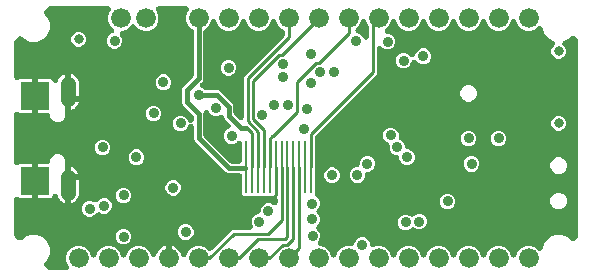
<source format=gbr>
G04 EAGLE Gerber RS-274X export*
G75*
%MOMM*%
%FSLAX34Y34*%
%LPD*%
%INBottom Copper*%
%IPPOS*%
%AMOC8*
5,1,8,0,0,1.08239X$1,22.5*%
G01*
%ADD10C,1.676400*%
%ADD11C,1.308000*%
%ADD12R,2.413000X2.413000*%
%ADD13R,0.279400X4.500000*%
%ADD14C,0.906400*%
%ADD15C,0.800100*%
%ADD16C,0.254000*%
%ADD17C,0.914400*%
%ADD18C,0.406400*%
%ADD19C,0.889000*%

G36*
X425519Y13358D02*
X425519Y13358D01*
X425614Y13356D01*
X425743Y13376D01*
X425873Y13386D01*
X425965Y13410D01*
X426059Y13425D01*
X426183Y13467D01*
X426308Y13500D01*
X426395Y13540D01*
X426485Y13571D01*
X426599Y13634D01*
X426717Y13689D01*
X426795Y13744D01*
X426878Y13790D01*
X426979Y13873D01*
X427086Y13947D01*
X427153Y14015D01*
X427227Y14076D01*
X427311Y14175D01*
X427403Y14267D01*
X427457Y14345D01*
X427519Y14418D01*
X427585Y14530D01*
X427659Y14637D01*
X427716Y14754D01*
X427747Y14807D01*
X427762Y14849D01*
X427796Y14918D01*
X429321Y18599D01*
X432251Y21529D01*
X436078Y23115D01*
X440222Y23115D01*
X444050Y21529D01*
X445674Y19904D01*
X445774Y19821D01*
X445867Y19730D01*
X445947Y19677D01*
X446020Y19615D01*
X446133Y19551D01*
X446240Y19478D01*
X446328Y19439D01*
X446411Y19392D01*
X446533Y19348D01*
X446652Y19296D01*
X446745Y19273D01*
X446835Y19241D01*
X446963Y19220D01*
X447090Y19189D01*
X447185Y19183D01*
X447279Y19168D01*
X447409Y19169D01*
X447539Y19161D01*
X447634Y19172D01*
X447730Y19174D01*
X447857Y19198D01*
X447986Y19213D01*
X448078Y19241D01*
X448172Y19259D01*
X448293Y19306D01*
X448417Y19344D01*
X448503Y19387D01*
X448592Y19422D01*
X448703Y19489D01*
X448819Y19548D01*
X448895Y19606D01*
X448976Y19655D01*
X449074Y19742D01*
X449177Y19820D01*
X449242Y19890D01*
X449314Y19954D01*
X449394Y20056D01*
X449483Y20151D01*
X449534Y20232D01*
X449593Y20307D01*
X449655Y20421D01*
X449724Y20531D01*
X449761Y20619D01*
X449806Y20704D01*
X449846Y20827D01*
X449895Y20948D01*
X449915Y21041D01*
X449945Y21132D01*
X449963Y21261D01*
X449990Y21388D01*
X449998Y21517D01*
X450006Y21578D01*
X450005Y21623D01*
X450009Y21700D01*
X450009Y21743D01*
X452071Y26720D01*
X455880Y30529D01*
X460857Y32591D01*
X466243Y32591D01*
X471220Y30529D01*
X473760Y27990D01*
X473786Y27967D01*
X473809Y27942D01*
X473958Y27824D01*
X474105Y27701D01*
X474135Y27684D01*
X474162Y27662D01*
X474330Y27572D01*
X474496Y27477D01*
X474529Y27466D01*
X474559Y27450D01*
X474740Y27391D01*
X474920Y27327D01*
X474955Y27321D01*
X474987Y27310D01*
X475176Y27284D01*
X475365Y27253D01*
X475399Y27254D01*
X475434Y27249D01*
X475624Y27257D01*
X475815Y27259D01*
X475849Y27266D01*
X475883Y27267D01*
X476069Y27309D01*
X476257Y27345D01*
X476289Y27357D01*
X476323Y27365D01*
X476499Y27438D01*
X476677Y27507D01*
X476706Y27525D01*
X476738Y27538D01*
X476899Y27642D01*
X477062Y27741D01*
X477088Y27764D01*
X477117Y27783D01*
X477351Y27990D01*
X479316Y29954D01*
X479421Y30081D01*
X479533Y30202D01*
X479565Y30253D01*
X479604Y30300D01*
X479686Y30443D01*
X479774Y30581D01*
X479798Y30638D01*
X479828Y30691D01*
X479883Y30846D01*
X479945Y30998D01*
X479958Y31058D01*
X479979Y31115D01*
X480005Y31277D01*
X480040Y31438D01*
X480045Y31515D01*
X480052Y31559D01*
X480051Y31620D01*
X480059Y31750D01*
X480059Y196850D01*
X480045Y197014D01*
X480038Y197178D01*
X480025Y197238D01*
X480019Y197298D01*
X479976Y197457D01*
X479940Y197618D01*
X479917Y197674D01*
X479901Y197733D01*
X479830Y197881D01*
X479767Y198033D01*
X479734Y198085D01*
X479707Y198139D01*
X479612Y198273D01*
X479522Y198411D01*
X479471Y198469D01*
X479445Y198506D01*
X479402Y198548D01*
X479316Y198646D01*
X477351Y200610D01*
X477324Y200633D01*
X477301Y200658D01*
X477152Y200776D01*
X477005Y200899D01*
X476975Y200916D01*
X476948Y200938D01*
X476780Y201028D01*
X476614Y201123D01*
X476582Y201134D01*
X476551Y201150D01*
X476370Y201209D01*
X476190Y201273D01*
X476156Y201279D01*
X476123Y201290D01*
X475935Y201316D01*
X475746Y201347D01*
X475711Y201346D01*
X475677Y201351D01*
X475487Y201343D01*
X475296Y201341D01*
X475262Y201334D01*
X475227Y201333D01*
X475041Y201291D01*
X474854Y201255D01*
X474821Y201243D01*
X474788Y201235D01*
X474612Y201162D01*
X474434Y201093D01*
X474404Y201075D01*
X474372Y201062D01*
X474212Y200958D01*
X474049Y200859D01*
X474023Y200836D01*
X473994Y200817D01*
X473760Y200610D01*
X471220Y198071D01*
X468191Y196816D01*
X468118Y196778D01*
X468042Y196748D01*
X467919Y196674D01*
X467792Y196608D01*
X467727Y196557D01*
X467657Y196514D01*
X467549Y196420D01*
X467436Y196332D01*
X467381Y196271D01*
X467319Y196216D01*
X467231Y196104D01*
X467135Y195998D01*
X467091Y195928D01*
X467040Y195863D01*
X466972Y195737D01*
X466897Y195615D01*
X466866Y195539D01*
X466827Y195466D01*
X466783Y195330D01*
X466730Y195197D01*
X466714Y195116D01*
X466688Y195038D01*
X466669Y194896D01*
X466640Y194756D01*
X466638Y194674D01*
X466627Y194592D01*
X466633Y194449D01*
X466629Y194306D01*
X466642Y194225D01*
X466645Y194142D01*
X466676Y194002D01*
X466698Y193861D01*
X466725Y193783D01*
X466743Y193702D01*
X466798Y193570D01*
X466844Y193435D01*
X466885Y193363D01*
X466916Y193287D01*
X466994Y193167D01*
X467064Y193042D01*
X467116Y192978D01*
X467161Y192909D01*
X467324Y192724D01*
X467349Y192693D01*
X467357Y192686D01*
X467368Y192675D01*
X468665Y191378D01*
X469583Y189160D01*
X469583Y186760D01*
X468665Y184542D01*
X466968Y182845D01*
X464750Y181927D01*
X462350Y181927D01*
X460132Y182845D01*
X458435Y184542D01*
X457517Y186760D01*
X457517Y189160D01*
X458435Y191378D01*
X459732Y192675D01*
X459785Y192738D01*
X459845Y192795D01*
X459929Y192910D01*
X460021Y193020D01*
X460062Y193092D01*
X460111Y193158D01*
X460174Y193287D01*
X460245Y193411D01*
X460272Y193489D01*
X460308Y193563D01*
X460347Y193700D01*
X460395Y193835D01*
X460409Y193917D01*
X460431Y193996D01*
X460446Y194138D01*
X460469Y194279D01*
X460468Y194362D01*
X460476Y194444D01*
X460465Y194587D01*
X460463Y194730D01*
X460447Y194811D01*
X460441Y194893D01*
X460405Y195031D01*
X460377Y195172D01*
X460348Y195249D01*
X460327Y195328D01*
X460267Y195458D01*
X460215Y195592D01*
X460172Y195662D01*
X460138Y195737D01*
X460055Y195854D01*
X459981Y195976D01*
X459927Y196038D01*
X459879Y196106D01*
X459778Y196207D01*
X459683Y196314D01*
X459618Y196365D01*
X459560Y196423D01*
X459442Y196504D01*
X459330Y196593D01*
X459257Y196632D01*
X459189Y196679D01*
X458968Y196787D01*
X458933Y196806D01*
X458923Y196809D01*
X458909Y196816D01*
X455880Y198071D01*
X452071Y201880D01*
X450009Y206857D01*
X450009Y206900D01*
X449998Y207030D01*
X449996Y207160D01*
X449978Y207253D01*
X449969Y207349D01*
X449935Y207474D01*
X449910Y207602D01*
X449876Y207691D01*
X449851Y207783D01*
X449795Y207900D01*
X449748Y208022D01*
X449698Y208104D01*
X449657Y208190D01*
X449582Y208295D01*
X449514Y208407D01*
X449451Y208478D01*
X449395Y208556D01*
X449302Y208647D01*
X449216Y208744D01*
X449141Y208803D01*
X449073Y208870D01*
X448965Y208943D01*
X448863Y209023D01*
X448779Y209069D01*
X448700Y209122D01*
X448581Y209175D01*
X448466Y209236D01*
X448375Y209266D01*
X448288Y209304D01*
X448161Y209335D01*
X448038Y209375D01*
X447943Y209388D01*
X447850Y209411D01*
X447721Y209419D01*
X447592Y209437D01*
X447496Y209433D01*
X447401Y209439D01*
X447272Y209424D01*
X447142Y209418D01*
X447049Y209398D01*
X446954Y209387D01*
X446829Y209349D01*
X446702Y209321D01*
X446614Y209284D01*
X446523Y209256D01*
X446407Y209197D01*
X446287Y209147D01*
X446207Y209095D01*
X446121Y209052D01*
X446018Y208973D01*
X445909Y208903D01*
X445811Y208817D01*
X445763Y208780D01*
X445732Y208747D01*
X445674Y208696D01*
X444050Y207071D01*
X440222Y205485D01*
X436078Y205485D01*
X432251Y207071D01*
X429321Y210001D01*
X427796Y213682D01*
X427736Y213797D01*
X427684Y213917D01*
X427632Y213996D01*
X427587Y214081D01*
X427508Y214184D01*
X427436Y214292D01*
X427370Y214361D01*
X427312Y214437D01*
X427215Y214524D01*
X427125Y214618D01*
X427048Y214675D01*
X426977Y214739D01*
X426867Y214807D01*
X426762Y214884D01*
X426676Y214926D01*
X426595Y214976D01*
X426474Y215025D01*
X426358Y215082D01*
X426266Y215108D01*
X426177Y215143D01*
X426049Y215169D01*
X425924Y215205D01*
X425829Y215214D01*
X425736Y215233D01*
X425606Y215236D01*
X425476Y215249D01*
X425381Y215242D01*
X425286Y215244D01*
X425157Y215224D01*
X425027Y215214D01*
X424935Y215190D01*
X424841Y215175D01*
X424718Y215133D01*
X424592Y215100D01*
X424505Y215060D01*
X424415Y215029D01*
X424301Y214965D01*
X424183Y214911D01*
X424105Y214856D01*
X424022Y214809D01*
X423921Y214727D01*
X423814Y214652D01*
X423747Y214585D01*
X423673Y214524D01*
X423589Y214425D01*
X423497Y214333D01*
X423443Y214254D01*
X423381Y214182D01*
X423315Y214070D01*
X423241Y213963D01*
X423184Y213846D01*
X423153Y213793D01*
X423138Y213751D01*
X423104Y213682D01*
X421579Y210001D01*
X418649Y207071D01*
X414822Y205485D01*
X410678Y205485D01*
X406851Y207071D01*
X403921Y210001D01*
X402396Y213682D01*
X402336Y213797D01*
X402284Y213917D01*
X402232Y213996D01*
X402187Y214081D01*
X402108Y214184D01*
X402036Y214292D01*
X401970Y214361D01*
X401912Y214437D01*
X401815Y214524D01*
X401725Y214618D01*
X401648Y214675D01*
X401577Y214739D01*
X401467Y214807D01*
X401362Y214884D01*
X401276Y214926D01*
X401195Y214976D01*
X401074Y215025D01*
X400958Y215082D01*
X400866Y215108D01*
X400777Y215143D01*
X400649Y215169D01*
X400524Y215205D01*
X400429Y215214D01*
X400336Y215233D01*
X400206Y215236D01*
X400076Y215249D01*
X399981Y215242D01*
X399886Y215244D01*
X399757Y215224D01*
X399627Y215214D01*
X399535Y215190D01*
X399441Y215175D01*
X399318Y215133D01*
X399192Y215100D01*
X399105Y215060D01*
X399015Y215029D01*
X398901Y214965D01*
X398783Y214911D01*
X398705Y214856D01*
X398622Y214809D01*
X398521Y214727D01*
X398414Y214652D01*
X398347Y214585D01*
X398273Y214524D01*
X398189Y214425D01*
X398097Y214333D01*
X398043Y214254D01*
X397981Y214182D01*
X397915Y214070D01*
X397841Y213963D01*
X397784Y213846D01*
X397753Y213793D01*
X397738Y213751D01*
X397704Y213682D01*
X396179Y210001D01*
X393249Y207071D01*
X389422Y205485D01*
X385278Y205485D01*
X381451Y207071D01*
X378521Y210001D01*
X376996Y213682D01*
X376936Y213797D01*
X376884Y213917D01*
X376832Y213996D01*
X376787Y214081D01*
X376708Y214184D01*
X376636Y214292D01*
X376570Y214361D01*
X376512Y214437D01*
X376415Y214524D01*
X376325Y214618D01*
X376248Y214675D01*
X376177Y214739D01*
X376067Y214807D01*
X375962Y214884D01*
X375876Y214926D01*
X375795Y214976D01*
X375674Y215025D01*
X375558Y215082D01*
X375466Y215108D01*
X375377Y215143D01*
X375249Y215169D01*
X375124Y215205D01*
X375029Y215214D01*
X374936Y215233D01*
X374806Y215236D01*
X374676Y215249D01*
X374581Y215242D01*
X374486Y215244D01*
X374357Y215224D01*
X374227Y215214D01*
X374135Y215190D01*
X374041Y215175D01*
X373918Y215133D01*
X373792Y215100D01*
X373705Y215060D01*
X373615Y215029D01*
X373501Y214965D01*
X373383Y214911D01*
X373305Y214856D01*
X373222Y214809D01*
X373121Y214727D01*
X373014Y214652D01*
X372947Y214585D01*
X372873Y214524D01*
X372789Y214425D01*
X372697Y214333D01*
X372643Y214254D01*
X372581Y214182D01*
X372515Y214070D01*
X372441Y213963D01*
X372384Y213846D01*
X372353Y213793D01*
X372338Y213751D01*
X372304Y213682D01*
X370779Y210001D01*
X367849Y207071D01*
X364022Y205485D01*
X359878Y205485D01*
X356051Y207071D01*
X353121Y210001D01*
X351596Y213682D01*
X351536Y213797D01*
X351484Y213917D01*
X351432Y213996D01*
X351387Y214081D01*
X351308Y214184D01*
X351236Y214292D01*
X351170Y214361D01*
X351112Y214437D01*
X351015Y214524D01*
X350925Y214618D01*
X350848Y214675D01*
X350777Y214739D01*
X350667Y214807D01*
X350562Y214884D01*
X350476Y214926D01*
X350395Y214976D01*
X350274Y215025D01*
X350158Y215082D01*
X350066Y215108D01*
X349977Y215143D01*
X349849Y215169D01*
X349724Y215205D01*
X349629Y215214D01*
X349536Y215233D01*
X349406Y215236D01*
X349276Y215249D01*
X349181Y215242D01*
X349086Y215244D01*
X348957Y215224D01*
X348827Y215214D01*
X348735Y215190D01*
X348641Y215175D01*
X348518Y215133D01*
X348392Y215100D01*
X348305Y215060D01*
X348215Y215029D01*
X348101Y214965D01*
X347983Y214911D01*
X347905Y214856D01*
X347822Y214809D01*
X347721Y214727D01*
X347614Y214652D01*
X347547Y214585D01*
X347473Y214524D01*
X347389Y214425D01*
X347297Y214333D01*
X347243Y214254D01*
X347181Y214182D01*
X347115Y214070D01*
X347041Y213963D01*
X346984Y213846D01*
X346953Y213793D01*
X346938Y213751D01*
X346904Y213682D01*
X345379Y210001D01*
X342449Y207071D01*
X338622Y205485D01*
X334478Y205485D01*
X330651Y207071D01*
X327721Y210001D01*
X326196Y213682D01*
X326136Y213797D01*
X326084Y213917D01*
X326032Y213996D01*
X325987Y214081D01*
X325908Y214184D01*
X325836Y214292D01*
X325770Y214361D01*
X325712Y214437D01*
X325615Y214524D01*
X325525Y214618D01*
X325448Y214675D01*
X325377Y214739D01*
X325267Y214807D01*
X325162Y214884D01*
X325076Y214926D01*
X324995Y214976D01*
X324874Y215025D01*
X324758Y215082D01*
X324666Y215108D01*
X324577Y215143D01*
X324449Y215169D01*
X324324Y215205D01*
X324229Y215214D01*
X324136Y215233D01*
X324006Y215236D01*
X323876Y215249D01*
X323781Y215242D01*
X323686Y215244D01*
X323557Y215224D01*
X323427Y215214D01*
X323335Y215190D01*
X323241Y215175D01*
X323118Y215133D01*
X322992Y215100D01*
X322905Y215060D01*
X322815Y215029D01*
X322701Y214965D01*
X322583Y214911D01*
X322505Y214856D01*
X322422Y214809D01*
X322321Y214727D01*
X322214Y214652D01*
X322147Y214585D01*
X322073Y214524D01*
X321989Y214425D01*
X321897Y214333D01*
X321843Y214254D01*
X321781Y214182D01*
X321715Y214070D01*
X321641Y213963D01*
X321584Y213846D01*
X321553Y213793D01*
X321538Y213751D01*
X321504Y213682D01*
X319979Y210000D01*
X317093Y207115D01*
X317010Y207015D01*
X316919Y206922D01*
X316865Y206842D01*
X316804Y206769D01*
X316740Y206656D01*
X316667Y206549D01*
X316628Y206461D01*
X316581Y206378D01*
X316537Y206256D01*
X316485Y206137D01*
X316462Y206044D01*
X316430Y205954D01*
X316409Y205826D01*
X316378Y205699D01*
X316372Y205604D01*
X316357Y205510D01*
X316358Y205380D01*
X316350Y205250D01*
X316361Y205155D01*
X316363Y205059D01*
X316387Y204932D01*
X316402Y204803D01*
X316430Y204711D01*
X316448Y204617D01*
X316495Y204496D01*
X316533Y204372D01*
X316576Y204286D01*
X316611Y204197D01*
X316678Y204086D01*
X316737Y203970D01*
X316795Y203894D01*
X316844Y203813D01*
X316931Y203715D01*
X317009Y203612D01*
X317079Y203547D01*
X317143Y203475D01*
X317245Y203395D01*
X317340Y203306D01*
X317421Y203255D01*
X317496Y203196D01*
X317610Y203135D01*
X317720Y203065D01*
X317808Y203028D01*
X317893Y202983D01*
X318016Y202943D01*
X318137Y202894D01*
X318230Y202874D01*
X318321Y202844D01*
X318450Y202826D01*
X318577Y202799D01*
X318706Y202791D01*
X318767Y202783D01*
X318812Y202784D01*
X318889Y202780D01*
X320076Y202780D01*
X322489Y201780D01*
X324335Y199934D01*
X325335Y197521D01*
X325335Y194909D01*
X324335Y192496D01*
X322489Y190650D01*
X320076Y189650D01*
X317464Y189650D01*
X315051Y190650D01*
X313922Y191780D01*
X313822Y191863D01*
X313729Y191954D01*
X313649Y192007D01*
X313576Y192068D01*
X313463Y192133D01*
X313356Y192206D01*
X313268Y192244D01*
X313185Y192292D01*
X313063Y192335D01*
X312944Y192388D01*
X312851Y192411D01*
X312761Y192443D01*
X312633Y192464D01*
X312506Y192495D01*
X312411Y192501D01*
X312317Y192516D01*
X312187Y192514D01*
X312057Y192522D01*
X311962Y192511D01*
X311866Y192510D01*
X311739Y192485D01*
X311610Y192470D01*
X311518Y192443D01*
X311424Y192424D01*
X311303Y192378D01*
X311179Y192340D01*
X311093Y192297D01*
X311004Y192262D01*
X310893Y192195D01*
X310777Y192136D01*
X310701Y192078D01*
X310620Y192028D01*
X310522Y191942D01*
X310419Y191864D01*
X310354Y191793D01*
X310282Y191730D01*
X310202Y191628D01*
X310113Y191533D01*
X310062Y191452D01*
X310003Y191377D01*
X309941Y191262D01*
X309872Y191153D01*
X309835Y191064D01*
X309790Y190980D01*
X309750Y190856D01*
X309701Y190736D01*
X309681Y190643D01*
X309651Y190552D01*
X309633Y190423D01*
X309606Y190296D01*
X309598Y190166D01*
X309590Y190106D01*
X309591Y190061D01*
X309587Y189984D01*
X309587Y168742D01*
X306909Y166064D01*
X306908Y166064D01*
X258046Y117202D01*
X257941Y117075D01*
X257829Y116955D01*
X257797Y116903D01*
X257758Y116856D01*
X257676Y116714D01*
X257588Y116575D01*
X257564Y116518D01*
X257534Y116465D01*
X257479Y116311D01*
X257417Y116158D01*
X257404Y116099D01*
X257383Y116041D01*
X257357Y115879D01*
X257322Y115718D01*
X257317Y115641D01*
X257310Y115597D01*
X257311Y115536D01*
X257303Y115406D01*
X257303Y114752D01*
X257317Y114588D01*
X257324Y114423D01*
X257337Y114364D01*
X257343Y114303D01*
X257386Y114144D01*
X257422Y113984D01*
X257430Y113964D01*
X257430Y66805D01*
X257449Y66594D01*
X257465Y66383D01*
X257468Y66370D01*
X257470Y66356D01*
X257526Y66152D01*
X257579Y65947D01*
X257585Y65935D01*
X257588Y65922D01*
X257679Y65731D01*
X257768Y65538D01*
X257776Y65527D01*
X257782Y65515D01*
X257905Y65343D01*
X258026Y65170D01*
X258036Y65160D01*
X258044Y65149D01*
X258196Y65001D01*
X258346Y64852D01*
X258357Y64845D01*
X258366Y64835D01*
X258447Y64781D01*
X260454Y62774D01*
X261454Y60361D01*
X261454Y57749D01*
X260454Y55336D01*
X259301Y54183D01*
X259279Y54156D01*
X259253Y54133D01*
X259134Y53984D01*
X259012Y53838D01*
X258995Y53808D01*
X258973Y53780D01*
X258883Y53612D01*
X258789Y53447D01*
X258777Y53414D01*
X258761Y53383D01*
X258702Y53202D01*
X258638Y53022D01*
X258632Y52988D01*
X258621Y52955D01*
X258595Y52766D01*
X258564Y52578D01*
X258565Y52544D01*
X258560Y52509D01*
X258568Y52319D01*
X258570Y52128D01*
X258577Y52094D01*
X258578Y52059D01*
X258620Y51873D01*
X258656Y51686D01*
X258669Y51654D01*
X258676Y51620D01*
X258749Y51444D01*
X258818Y51266D01*
X258836Y51236D01*
X258850Y51204D01*
X258953Y51044D01*
X259052Y50881D01*
X259075Y50855D01*
X259094Y50826D01*
X259301Y50592D01*
X260454Y49439D01*
X261454Y47026D01*
X261454Y44414D01*
X260454Y42001D01*
X259174Y40721D01*
X259152Y40694D01*
X259126Y40671D01*
X259007Y40522D01*
X258885Y40376D01*
X258868Y40346D01*
X258846Y40318D01*
X258756Y40150D01*
X258662Y39985D01*
X258650Y39952D01*
X258634Y39921D01*
X258575Y39740D01*
X258511Y39560D01*
X258505Y39526D01*
X258495Y39493D01*
X258469Y39305D01*
X258437Y39116D01*
X258438Y39082D01*
X258433Y39047D01*
X258441Y38857D01*
X258443Y38666D01*
X258450Y38632D01*
X258451Y38597D01*
X258493Y38411D01*
X258529Y38224D01*
X258542Y38191D01*
X258549Y38158D01*
X258622Y37982D01*
X258691Y37804D01*
X258709Y37774D01*
X258723Y37742D01*
X258826Y37582D01*
X258925Y37419D01*
X258948Y37393D01*
X258967Y37364D01*
X259174Y37130D01*
X260835Y35469D01*
X261835Y33056D01*
X261835Y30444D01*
X260835Y28031D01*
X260253Y27450D01*
X260170Y27350D01*
X260079Y27257D01*
X260026Y27177D01*
X259965Y27104D01*
X259900Y26991D01*
X259827Y26884D01*
X259789Y26796D01*
X259741Y26713D01*
X259698Y26591D01*
X259645Y26472D01*
X259622Y26379D01*
X259590Y26289D01*
X259569Y26161D01*
X259538Y26034D01*
X259532Y25939D01*
X259517Y25845D01*
X259519Y25715D01*
X259511Y25585D01*
X259522Y25490D01*
X259523Y25395D01*
X259548Y25267D01*
X259563Y25138D01*
X259590Y25046D01*
X259609Y24952D01*
X259655Y24831D01*
X259693Y24707D01*
X259736Y24621D01*
X259771Y24532D01*
X259838Y24421D01*
X259897Y24305D01*
X259955Y24229D01*
X260005Y24148D01*
X260091Y24050D01*
X260169Y23947D01*
X260240Y23882D01*
X260303Y23810D01*
X260405Y23730D01*
X260500Y23641D01*
X260581Y23590D01*
X260656Y23531D01*
X260771Y23469D01*
X260880Y23400D01*
X260969Y23363D01*
X261053Y23318D01*
X261176Y23278D01*
X261297Y23229D01*
X261390Y23209D01*
X261481Y23179D01*
X261610Y23161D01*
X261737Y23134D01*
X261867Y23126D01*
X261927Y23118D01*
X261972Y23119D01*
X262049Y23115D01*
X262422Y23115D01*
X266249Y21529D01*
X269179Y18599D01*
X270704Y14918D01*
X270764Y14803D01*
X270816Y14683D01*
X270868Y14604D01*
X270913Y14519D01*
X270992Y14416D01*
X271064Y14308D01*
X271130Y14239D01*
X271188Y14163D01*
X271285Y14076D01*
X271375Y13982D01*
X271452Y13925D01*
X271523Y13861D01*
X271633Y13793D01*
X271738Y13716D01*
X271824Y13674D01*
X271905Y13624D01*
X272026Y13575D01*
X272142Y13518D01*
X272234Y13492D01*
X272323Y13457D01*
X272451Y13431D01*
X272576Y13395D01*
X272671Y13386D01*
X272764Y13367D01*
X272894Y13364D01*
X273024Y13351D01*
X273119Y13358D01*
X273214Y13356D01*
X273343Y13376D01*
X273473Y13386D01*
X273565Y13410D01*
X273659Y13425D01*
X273782Y13467D01*
X273908Y13500D01*
X273995Y13540D01*
X274085Y13571D01*
X274199Y13635D01*
X274317Y13689D01*
X274395Y13744D01*
X274478Y13790D01*
X274579Y13873D01*
X274686Y13947D01*
X274753Y14015D01*
X274827Y14076D01*
X274911Y14175D01*
X275003Y14267D01*
X275057Y14346D01*
X275119Y14418D01*
X275185Y14530D01*
X275259Y14637D01*
X275316Y14754D01*
X275347Y14807D01*
X275362Y14849D01*
X275396Y14918D01*
X276921Y18599D01*
X279851Y21529D01*
X283678Y23115D01*
X288076Y23115D01*
X288111Y23118D01*
X288145Y23116D01*
X288334Y23138D01*
X288525Y23155D01*
X288558Y23164D01*
X288592Y23168D01*
X288775Y23223D01*
X288959Y23273D01*
X288990Y23288D01*
X289023Y23298D01*
X289194Y23385D01*
X289366Y23467D01*
X289394Y23487D01*
X289425Y23502D01*
X289577Y23618D01*
X289732Y23729D01*
X289756Y23754D01*
X289783Y23774D01*
X289912Y23914D01*
X290046Y24051D01*
X290065Y24080D01*
X290089Y24106D01*
X290191Y24267D01*
X290298Y24424D01*
X290312Y24456D01*
X290330Y24485D01*
X290403Y24662D01*
X290480Y24836D01*
X290488Y24870D01*
X290501Y24902D01*
X290541Y25089D01*
X290587Y25274D01*
X290589Y25308D01*
X290596Y25342D01*
X290599Y25398D01*
X291615Y27849D01*
X293461Y29695D01*
X295874Y30695D01*
X298486Y30695D01*
X300899Y29695D01*
X302745Y27849D01*
X303745Y25436D01*
X303745Y24706D01*
X303752Y24624D01*
X303750Y24541D01*
X303772Y24400D01*
X303785Y24257D01*
X303806Y24178D01*
X303819Y24096D01*
X303865Y23961D01*
X303903Y23823D01*
X303938Y23749D01*
X303965Y23670D01*
X304035Y23545D01*
X304097Y23416D01*
X304144Y23349D01*
X304185Y23277D01*
X304275Y23167D01*
X304359Y23050D01*
X304418Y22993D01*
X304470Y22929D01*
X304579Y22836D01*
X304681Y22736D01*
X304750Y22690D01*
X304812Y22636D01*
X304936Y22564D01*
X305054Y22484D01*
X305130Y22451D01*
X305201Y22409D01*
X305335Y22360D01*
X305466Y22302D01*
X305546Y22282D01*
X305624Y22254D01*
X305765Y22229D01*
X305904Y22195D01*
X305986Y22190D01*
X306067Y22176D01*
X306210Y22176D01*
X306353Y22167D01*
X306435Y22177D01*
X306517Y22177D01*
X306658Y22203D01*
X306800Y22219D01*
X306879Y22243D01*
X306960Y22258D01*
X307193Y22338D01*
X307231Y22350D01*
X307241Y22355D01*
X307256Y22360D01*
X309078Y23115D01*
X313222Y23115D01*
X317049Y21529D01*
X319979Y18599D01*
X321504Y14918D01*
X321564Y14803D01*
X321616Y14683D01*
X321668Y14604D01*
X321713Y14519D01*
X321792Y14416D01*
X321864Y14308D01*
X321930Y14239D01*
X321988Y14163D01*
X322085Y14076D01*
X322175Y13982D01*
X322252Y13925D01*
X322323Y13861D01*
X322433Y13793D01*
X322538Y13716D01*
X322624Y13674D01*
X322705Y13624D01*
X322826Y13575D01*
X322942Y13518D01*
X323034Y13492D01*
X323123Y13457D01*
X323251Y13431D01*
X323376Y13395D01*
X323471Y13386D01*
X323564Y13367D01*
X323694Y13364D01*
X323824Y13351D01*
X323919Y13358D01*
X324014Y13356D01*
X324143Y13376D01*
X324273Y13386D01*
X324365Y13410D01*
X324459Y13425D01*
X324582Y13467D01*
X324708Y13500D01*
X324795Y13540D01*
X324885Y13571D01*
X324999Y13635D01*
X325117Y13689D01*
X325195Y13744D01*
X325278Y13790D01*
X325379Y13873D01*
X325486Y13947D01*
X325553Y14015D01*
X325627Y14076D01*
X325711Y14175D01*
X325803Y14267D01*
X325857Y14346D01*
X325919Y14418D01*
X325985Y14530D01*
X326059Y14637D01*
X326116Y14754D01*
X326147Y14807D01*
X326162Y14849D01*
X326196Y14918D01*
X327721Y18599D01*
X330651Y21529D01*
X334478Y23115D01*
X338622Y23115D01*
X342449Y21529D01*
X345379Y18599D01*
X346904Y14918D01*
X346964Y14803D01*
X347016Y14683D01*
X347068Y14604D01*
X347113Y14519D01*
X347192Y14416D01*
X347264Y14308D01*
X347330Y14239D01*
X347388Y14163D01*
X347485Y14076D01*
X347575Y13982D01*
X347652Y13925D01*
X347723Y13861D01*
X347833Y13793D01*
X347938Y13716D01*
X348024Y13674D01*
X348105Y13624D01*
X348226Y13575D01*
X348342Y13518D01*
X348434Y13492D01*
X348523Y13457D01*
X348651Y13431D01*
X348776Y13395D01*
X348871Y13386D01*
X348964Y13367D01*
X349094Y13364D01*
X349224Y13351D01*
X349319Y13358D01*
X349414Y13356D01*
X349543Y13376D01*
X349673Y13386D01*
X349765Y13410D01*
X349859Y13425D01*
X349982Y13467D01*
X350108Y13500D01*
X350195Y13540D01*
X350285Y13571D01*
X350399Y13635D01*
X350517Y13689D01*
X350595Y13744D01*
X350678Y13790D01*
X350779Y13873D01*
X350886Y13947D01*
X350953Y14015D01*
X351027Y14076D01*
X351111Y14175D01*
X351203Y14267D01*
X351257Y14346D01*
X351319Y14418D01*
X351385Y14530D01*
X351459Y14637D01*
X351516Y14754D01*
X351547Y14807D01*
X351562Y14849D01*
X351596Y14918D01*
X353121Y18599D01*
X356051Y21529D01*
X359878Y23115D01*
X364022Y23115D01*
X367849Y21529D01*
X370779Y18599D01*
X372304Y14918D01*
X372364Y14803D01*
X372416Y14683D01*
X372468Y14604D01*
X372513Y14519D01*
X372592Y14416D01*
X372664Y14308D01*
X372730Y14239D01*
X372788Y14163D01*
X372885Y14076D01*
X372975Y13982D01*
X373052Y13925D01*
X373123Y13861D01*
X373233Y13793D01*
X373338Y13716D01*
X373424Y13674D01*
X373505Y13624D01*
X373626Y13575D01*
X373742Y13518D01*
X373834Y13492D01*
X373923Y13457D01*
X374051Y13431D01*
X374176Y13395D01*
X374271Y13386D01*
X374364Y13367D01*
X374494Y13364D01*
X374624Y13351D01*
X374719Y13358D01*
X374814Y13356D01*
X374943Y13376D01*
X375073Y13386D01*
X375165Y13410D01*
X375259Y13425D01*
X375382Y13467D01*
X375508Y13500D01*
X375595Y13540D01*
X375685Y13571D01*
X375799Y13635D01*
X375917Y13689D01*
X375995Y13744D01*
X376078Y13790D01*
X376179Y13873D01*
X376286Y13947D01*
X376353Y14015D01*
X376427Y14076D01*
X376511Y14175D01*
X376603Y14267D01*
X376657Y14346D01*
X376719Y14418D01*
X376785Y14530D01*
X376859Y14637D01*
X376916Y14754D01*
X376947Y14807D01*
X376962Y14849D01*
X376996Y14918D01*
X378521Y18599D01*
X381451Y21529D01*
X385278Y23115D01*
X389422Y23115D01*
X393249Y21529D01*
X396179Y18599D01*
X397704Y14918D01*
X397764Y14803D01*
X397816Y14683D01*
X397868Y14604D01*
X397913Y14519D01*
X397992Y14416D01*
X398064Y14308D01*
X398130Y14239D01*
X398188Y14163D01*
X398285Y14076D01*
X398375Y13982D01*
X398452Y13925D01*
X398523Y13861D01*
X398633Y13793D01*
X398738Y13716D01*
X398824Y13674D01*
X398905Y13624D01*
X399026Y13575D01*
X399142Y13518D01*
X399234Y13492D01*
X399323Y13457D01*
X399451Y13431D01*
X399576Y13395D01*
X399671Y13386D01*
X399764Y13367D01*
X399894Y13364D01*
X400024Y13351D01*
X400119Y13358D01*
X400214Y13356D01*
X400343Y13376D01*
X400473Y13386D01*
X400565Y13410D01*
X400659Y13425D01*
X400782Y13467D01*
X400908Y13500D01*
X400995Y13540D01*
X401085Y13571D01*
X401199Y13635D01*
X401317Y13689D01*
X401395Y13744D01*
X401478Y13790D01*
X401579Y13873D01*
X401686Y13947D01*
X401753Y14015D01*
X401827Y14076D01*
X401911Y14175D01*
X402003Y14267D01*
X402057Y14346D01*
X402119Y14418D01*
X402185Y14530D01*
X402259Y14637D01*
X402316Y14754D01*
X402347Y14807D01*
X402362Y14849D01*
X402396Y14918D01*
X403921Y18599D01*
X406851Y21529D01*
X410678Y23115D01*
X414822Y23115D01*
X418649Y21529D01*
X421579Y18599D01*
X423104Y14918D01*
X423164Y14803D01*
X423216Y14683D01*
X423268Y14604D01*
X423313Y14519D01*
X423392Y14416D01*
X423464Y14308D01*
X423530Y14239D01*
X423588Y14163D01*
X423685Y14076D01*
X423774Y13982D01*
X423852Y13925D01*
X423923Y13861D01*
X424033Y13793D01*
X424138Y13716D01*
X424224Y13674D01*
X424305Y13624D01*
X424426Y13575D01*
X424542Y13518D01*
X424634Y13492D01*
X424723Y13457D01*
X424851Y13431D01*
X424976Y13395D01*
X425071Y13386D01*
X425164Y13367D01*
X425294Y13364D01*
X425424Y13351D01*
X425519Y13358D01*
G37*
G36*
X46580Y2552D02*
X46580Y2552D01*
X46710Y2554D01*
X46804Y2572D01*
X46899Y2581D01*
X47024Y2615D01*
X47152Y2640D01*
X47241Y2674D01*
X47333Y2699D01*
X47450Y2755D01*
X47572Y2802D01*
X47654Y2852D01*
X47740Y2893D01*
X47845Y2968D01*
X47957Y3036D01*
X48028Y3099D01*
X48106Y3155D01*
X48197Y3248D01*
X48294Y3334D01*
X48353Y3409D01*
X48420Y3477D01*
X48493Y3585D01*
X48574Y3687D01*
X48619Y3771D01*
X48672Y3850D01*
X48725Y3969D01*
X48786Y4084D01*
X48816Y4175D01*
X48854Y4262D01*
X48885Y4389D01*
X48925Y4512D01*
X48938Y4607D01*
X48961Y4700D01*
X48969Y4829D01*
X48987Y4958D01*
X48983Y5054D01*
X48989Y5149D01*
X48974Y5278D01*
X48968Y5408D01*
X48948Y5501D01*
X48937Y5596D01*
X48899Y5721D01*
X48871Y5848D01*
X48834Y5936D01*
X48806Y6027D01*
X48747Y6143D01*
X48697Y6263D01*
X48645Y6343D01*
X48602Y6429D01*
X48523Y6532D01*
X48453Y6641D01*
X48367Y6739D01*
X48330Y6787D01*
X48324Y6793D01*
X46735Y10628D01*
X46735Y14772D01*
X48321Y18599D01*
X51251Y21529D01*
X55078Y23115D01*
X59222Y23115D01*
X63049Y21529D01*
X65979Y18599D01*
X67504Y14918D01*
X67564Y14803D01*
X67616Y14683D01*
X67668Y14604D01*
X67713Y14519D01*
X67792Y14416D01*
X67864Y14308D01*
X67930Y14239D01*
X67988Y14163D01*
X68085Y14076D01*
X68175Y13982D01*
X68252Y13925D01*
X68323Y13861D01*
X68433Y13793D01*
X68538Y13716D01*
X68624Y13674D01*
X68705Y13624D01*
X68826Y13575D01*
X68942Y13518D01*
X69034Y13492D01*
X69123Y13457D01*
X69251Y13431D01*
X69376Y13395D01*
X69471Y13386D01*
X69564Y13367D01*
X69694Y13364D01*
X69824Y13351D01*
X69919Y13358D01*
X70014Y13356D01*
X70143Y13376D01*
X70273Y13386D01*
X70365Y13410D01*
X70459Y13425D01*
X70582Y13467D01*
X70708Y13500D01*
X70795Y13540D01*
X70885Y13571D01*
X70999Y13635D01*
X71117Y13689D01*
X71195Y13744D01*
X71278Y13790D01*
X71379Y13873D01*
X71486Y13947D01*
X71553Y14015D01*
X71627Y14076D01*
X71711Y14175D01*
X71803Y14267D01*
X71857Y14346D01*
X71919Y14418D01*
X71985Y14530D01*
X72059Y14637D01*
X72116Y14754D01*
X72147Y14807D01*
X72162Y14849D01*
X72196Y14918D01*
X73721Y18599D01*
X76651Y21529D01*
X80478Y23115D01*
X84622Y23115D01*
X88449Y21529D01*
X91379Y18600D01*
X92904Y14918D01*
X92964Y14803D01*
X93016Y14683D01*
X93068Y14604D01*
X93113Y14519D01*
X93192Y14416D01*
X93264Y14308D01*
X93330Y14239D01*
X93388Y14163D01*
X93485Y14076D01*
X93575Y13982D01*
X93652Y13925D01*
X93723Y13861D01*
X93833Y13793D01*
X93938Y13716D01*
X94024Y13674D01*
X94105Y13624D01*
X94226Y13575D01*
X94342Y13518D01*
X94434Y13492D01*
X94523Y13457D01*
X94651Y13431D01*
X94776Y13395D01*
X94871Y13386D01*
X94964Y13367D01*
X95094Y13364D01*
X95224Y13351D01*
X95319Y13358D01*
X95414Y13356D01*
X95543Y13376D01*
X95673Y13386D01*
X95765Y13410D01*
X95859Y13425D01*
X95982Y13467D01*
X96108Y13500D01*
X96195Y13540D01*
X96285Y13571D01*
X96399Y13635D01*
X96517Y13689D01*
X96595Y13744D01*
X96678Y13790D01*
X96779Y13873D01*
X96886Y13947D01*
X96953Y14015D01*
X97027Y14076D01*
X97111Y14175D01*
X97203Y14267D01*
X97257Y14346D01*
X97319Y14418D01*
X97385Y14530D01*
X97459Y14637D01*
X97516Y14754D01*
X97547Y14807D01*
X97562Y14849D01*
X97596Y14918D01*
X99121Y18600D01*
X102051Y21529D01*
X105878Y23115D01*
X110022Y23115D01*
X113849Y21529D01*
X116779Y18599D01*
X118070Y15484D01*
X118072Y15480D01*
X118073Y15476D01*
X118176Y15281D01*
X118278Y15085D01*
X118281Y15082D01*
X118283Y15078D01*
X118419Y14904D01*
X118554Y14729D01*
X118557Y14726D01*
X118560Y14723D01*
X118726Y14574D01*
X118888Y14427D01*
X118892Y14425D01*
X118895Y14422D01*
X119085Y14305D01*
X119270Y14189D01*
X119274Y14188D01*
X119278Y14186D01*
X119483Y14105D01*
X119689Y14023D01*
X119693Y14022D01*
X119697Y14020D01*
X119912Y13977D01*
X120130Y13933D01*
X120134Y13933D01*
X120138Y13932D01*
X120354Y13927D01*
X120580Y13922D01*
X120584Y13923D01*
X120589Y13922D01*
X120799Y13956D01*
X121025Y13991D01*
X121029Y13992D01*
X121033Y13993D01*
X121239Y14064D01*
X121451Y14137D01*
X121455Y14139D01*
X121459Y14141D01*
X121649Y14248D01*
X121844Y14356D01*
X121847Y14359D01*
X121851Y14361D01*
X122019Y14499D01*
X122192Y14642D01*
X122195Y14645D01*
X122198Y14648D01*
X122343Y14818D01*
X122485Y14984D01*
X122487Y14988D01*
X122490Y14991D01*
X122602Y15185D01*
X122712Y15373D01*
X122714Y15377D01*
X122716Y15380D01*
X122831Y15671D01*
X123227Y16893D01*
X124008Y18425D01*
X125019Y19816D01*
X126234Y21031D01*
X127625Y22042D01*
X129157Y22822D01*
X130792Y23354D01*
X130811Y23357D01*
X130811Y12700D01*
X130814Y12666D01*
X130812Y12631D01*
X130834Y12442D01*
X130850Y12252D01*
X130860Y12218D01*
X130864Y12184D01*
X130919Y12001D01*
X130969Y11817D01*
X130984Y11786D01*
X130994Y11753D01*
X131081Y11582D01*
X131162Y11411D01*
X131183Y11383D01*
X131198Y11352D01*
X131313Y11200D01*
X131425Y11045D01*
X131449Y11021D01*
X131470Y10993D01*
X131610Y10864D01*
X131747Y10731D01*
X131776Y10711D01*
X131801Y10688D01*
X131962Y10585D01*
X132120Y10479D01*
X132152Y10465D01*
X132181Y10446D01*
X132358Y10374D01*
X132532Y10296D01*
X132566Y10288D01*
X132598Y10275D01*
X132784Y10235D01*
X132969Y10190D01*
X133004Y10188D01*
X133038Y10180D01*
X133350Y10161D01*
X133385Y10164D01*
X133419Y10162D01*
X133609Y10184D01*
X133799Y10201D01*
X133832Y10210D01*
X133866Y10214D01*
X134049Y10269D01*
X134233Y10320D01*
X134264Y10334D01*
X134297Y10344D01*
X134468Y10431D01*
X134640Y10513D01*
X134668Y10533D01*
X134699Y10549D01*
X134851Y10664D01*
X135006Y10775D01*
X135030Y10800D01*
X135057Y10821D01*
X135187Y10961D01*
X135320Y11098D01*
X135339Y11126D01*
X135363Y11152D01*
X135465Y11313D01*
X135572Y11471D01*
X135586Y11502D01*
X135604Y11532D01*
X135677Y11708D01*
X135754Y11883D01*
X135762Y11916D01*
X135775Y11948D01*
X135816Y12135D01*
X135861Y12320D01*
X135863Y12354D01*
X135870Y12388D01*
X135889Y12700D01*
X135889Y23357D01*
X135908Y23354D01*
X137543Y22822D01*
X139075Y22042D01*
X140466Y21031D01*
X141681Y19816D01*
X142692Y18425D01*
X143473Y16893D01*
X143869Y15671D01*
X143871Y15667D01*
X143872Y15663D01*
X143960Y15458D01*
X144046Y15257D01*
X144048Y15253D01*
X144050Y15249D01*
X144172Y15065D01*
X144293Y14880D01*
X144296Y14877D01*
X144298Y14874D01*
X144456Y14709D01*
X144603Y14553D01*
X144606Y14551D01*
X144609Y14548D01*
X144792Y14414D01*
X144965Y14286D01*
X144969Y14284D01*
X144972Y14282D01*
X145170Y14186D01*
X145369Y14087D01*
X145373Y14086D01*
X145377Y14084D01*
X145585Y14025D01*
X145802Y13963D01*
X145806Y13962D01*
X145810Y13961D01*
X146030Y13939D01*
X146250Y13917D01*
X146254Y13917D01*
X146258Y13917D01*
X146482Y13934D01*
X146699Y13951D01*
X146703Y13952D01*
X146707Y13952D01*
X146917Y14007D01*
X147134Y14063D01*
X147139Y14065D01*
X147143Y14066D01*
X147341Y14158D01*
X147544Y14251D01*
X147547Y14253D01*
X147551Y14255D01*
X147734Y14383D01*
X147913Y14508D01*
X147916Y14511D01*
X147920Y14513D01*
X148076Y14671D01*
X148232Y14826D01*
X148234Y14830D01*
X148237Y14833D01*
X148364Y15016D01*
X148489Y15196D01*
X148491Y15200D01*
X148493Y15203D01*
X148630Y15484D01*
X149921Y18599D01*
X152851Y21529D01*
X156678Y23115D01*
X160822Y23115D01*
X164650Y21529D01*
X166422Y19757D01*
X166448Y19735D01*
X166471Y19709D01*
X166620Y19591D01*
X166767Y19468D01*
X166797Y19451D01*
X166824Y19429D01*
X166992Y19340D01*
X167158Y19245D01*
X167191Y19233D01*
X167221Y19217D01*
X167402Y19158D01*
X167582Y19094D01*
X167616Y19088D01*
X167649Y19078D01*
X167838Y19052D01*
X168026Y19021D01*
X168061Y19021D01*
X168095Y19016D01*
X168286Y19024D01*
X168477Y19027D01*
X168511Y19033D01*
X168545Y19035D01*
X168731Y19076D01*
X168919Y19112D01*
X168951Y19125D01*
X168985Y19132D01*
X169161Y19206D01*
X169339Y19274D01*
X169368Y19292D01*
X169400Y19306D01*
X169561Y19409D01*
X169723Y19508D01*
X169749Y19531D01*
X169778Y19550D01*
X170013Y19757D01*
X187086Y36831D01*
X202172Y36831D01*
X202254Y36838D01*
X202337Y36836D01*
X202478Y36858D01*
X202621Y36871D01*
X202700Y36892D01*
X202782Y36905D01*
X202917Y36951D01*
X203055Y36989D01*
X203129Y37025D01*
X203207Y37051D01*
X203333Y37121D01*
X203462Y37183D01*
X203528Y37230D01*
X203601Y37271D01*
X203712Y37361D01*
X203828Y37445D01*
X203885Y37504D01*
X203949Y37556D01*
X204042Y37665D01*
X204142Y37767D01*
X204188Y37836D01*
X204241Y37898D01*
X204314Y38022D01*
X204394Y38140D01*
X204427Y38216D01*
X204469Y38287D01*
X204518Y38421D01*
X204576Y38552D01*
X204596Y38632D01*
X204624Y38710D01*
X204649Y38851D01*
X204683Y38990D01*
X204688Y39072D01*
X204702Y39153D01*
X204702Y39296D01*
X204710Y39439D01*
X204701Y39521D01*
X204701Y39603D01*
X204675Y39744D01*
X204658Y39886D01*
X204634Y39965D01*
X204620Y40046D01*
X204539Y40280D01*
X204528Y40317D01*
X204523Y40327D01*
X204518Y40342D01*
X203620Y42509D01*
X203620Y45121D01*
X204620Y47534D01*
X206466Y49380D01*
X208925Y50399D01*
X208959Y50403D01*
X209150Y50420D01*
X209183Y50429D01*
X209217Y50433D01*
X209400Y50488D01*
X209584Y50538D01*
X209615Y50553D01*
X209648Y50563D01*
X209819Y50650D01*
X209991Y50732D01*
X210019Y50752D01*
X210050Y50767D01*
X210202Y50883D01*
X210357Y50994D01*
X210381Y51019D01*
X210408Y51039D01*
X210537Y51179D01*
X210671Y51316D01*
X210690Y51345D01*
X210714Y51371D01*
X210816Y51532D01*
X210923Y51689D01*
X210937Y51721D01*
X210955Y51750D01*
X211028Y51927D01*
X211105Y52101D01*
X211113Y52135D01*
X211126Y52167D01*
X211166Y52354D01*
X211212Y52539D01*
X211214Y52573D01*
X211221Y52607D01*
X211240Y52919D01*
X211240Y54011D01*
X212240Y56424D01*
X214086Y58270D01*
X216499Y59270D01*
X219111Y59270D01*
X221556Y58257D01*
X221635Y58204D01*
X221708Y58143D01*
X221821Y58078D01*
X221928Y58005D01*
X222016Y57967D01*
X222099Y57919D01*
X222221Y57876D01*
X222340Y57823D01*
X222433Y57800D01*
X222523Y57768D01*
X222651Y57747D01*
X222778Y57716D01*
X222873Y57710D01*
X222967Y57695D01*
X223097Y57697D01*
X223227Y57689D01*
X223322Y57700D01*
X223417Y57701D01*
X223545Y57726D01*
X223674Y57741D01*
X223766Y57768D01*
X223859Y57786D01*
X223981Y57833D01*
X224105Y57871D01*
X224190Y57914D01*
X224279Y57949D01*
X224391Y58016D01*
X224507Y58075D01*
X224583Y58133D01*
X224664Y58183D01*
X224762Y58269D01*
X224865Y58347D01*
X224930Y58418D01*
X225002Y58481D01*
X225082Y58583D01*
X225171Y58678D01*
X225222Y58759D01*
X225281Y58834D01*
X225342Y58948D01*
X225412Y59058D01*
X225449Y59147D01*
X225494Y59231D01*
X225534Y59354D01*
X225583Y59475D01*
X225603Y59568D01*
X225633Y59659D01*
X225651Y59788D01*
X225678Y59915D01*
X225686Y60045D01*
X225694Y60105D01*
X225693Y60150D01*
X225697Y60227D01*
X225697Y62651D01*
X225694Y62686D01*
X225696Y62720D01*
X225674Y62909D01*
X225657Y63100D01*
X225648Y63133D01*
X225644Y63167D01*
X225589Y63350D01*
X225539Y63534D01*
X225524Y63565D01*
X225514Y63598D01*
X225427Y63769D01*
X225345Y63941D01*
X225325Y63969D01*
X225310Y64000D01*
X225194Y64152D01*
X225083Y64307D01*
X225058Y64331D01*
X225038Y64358D01*
X224898Y64487D01*
X224761Y64621D01*
X224732Y64640D01*
X224706Y64664D01*
X224545Y64766D01*
X224388Y64873D01*
X224356Y64887D01*
X224327Y64905D01*
X224150Y64978D01*
X223976Y65055D01*
X223942Y65063D01*
X223910Y65076D01*
X223723Y65116D01*
X223538Y65162D01*
X223504Y65164D01*
X223470Y65171D01*
X223158Y65190D01*
X222268Y65190D01*
X221617Y65365D01*
X221579Y65382D01*
X221531Y65413D01*
X221376Y65477D01*
X221223Y65548D01*
X221167Y65562D01*
X221114Y65584D01*
X220950Y65620D01*
X220788Y65662D01*
X220730Y65667D01*
X220674Y65679D01*
X220362Y65698D01*
X196761Y65698D01*
X195570Y66889D01*
X195570Y82296D01*
X195567Y82331D01*
X195569Y82365D01*
X195547Y82554D01*
X195530Y82745D01*
X195521Y82778D01*
X195517Y82812D01*
X195462Y82995D01*
X195412Y83179D01*
X195397Y83210D01*
X195387Y83243D01*
X195300Y83414D01*
X195218Y83586D01*
X195198Y83614D01*
X195183Y83645D01*
X195067Y83797D01*
X194956Y83952D01*
X194931Y83976D01*
X194911Y84003D01*
X194771Y84132D01*
X194634Y84266D01*
X194605Y84285D01*
X194579Y84309D01*
X194418Y84411D01*
X194261Y84518D01*
X194229Y84532D01*
X194200Y84550D01*
X194023Y84623D01*
X193849Y84700D01*
X193815Y84708D01*
X193783Y84721D01*
X193596Y84761D01*
X193411Y84807D01*
X193377Y84809D01*
X193343Y84816D01*
X193031Y84835D01*
X183341Y84835D01*
X181848Y85454D01*
X155304Y111998D01*
X154685Y113491D01*
X154685Y124059D01*
X154670Y124236D01*
X154660Y124414D01*
X154650Y124460D01*
X154645Y124508D01*
X154599Y124679D01*
X154558Y124852D01*
X154539Y124896D01*
X154527Y124942D01*
X154451Y125102D01*
X154380Y125266D01*
X154354Y125306D01*
X154333Y125349D01*
X154230Y125493D01*
X154132Y125641D01*
X154099Y125676D01*
X154071Y125715D01*
X153944Y125839D01*
X153822Y125967D01*
X153783Y125996D01*
X153749Y126029D01*
X153601Y126129D01*
X153458Y126233D01*
X153415Y126254D01*
X153376Y126281D01*
X153213Y126353D01*
X153054Y126431D01*
X153008Y126444D01*
X152964Y126463D01*
X152791Y126505D01*
X152620Y126554D01*
X152573Y126559D01*
X152526Y126570D01*
X152349Y126581D01*
X152172Y126598D01*
X152125Y126595D01*
X152077Y126598D01*
X151900Y126577D01*
X151723Y126563D01*
X151677Y126551D01*
X151630Y126546D01*
X151459Y126494D01*
X151288Y126449D01*
X151245Y126429D01*
X151199Y126415D01*
X151040Y126335D01*
X150879Y126260D01*
X150840Y126233D01*
X150797Y126211D01*
X150656Y126104D01*
X150510Y126002D01*
X150477Y125968D01*
X150439Y125939D01*
X150318Y125808D01*
X150193Y125682D01*
X150166Y125643D01*
X150134Y125608D01*
X150038Y125458D01*
X149937Y125312D01*
X149911Y125259D01*
X149892Y125228D01*
X149868Y125170D01*
X149800Y125031D01*
X149075Y123281D01*
X147229Y121435D01*
X144816Y120435D01*
X142204Y120435D01*
X139791Y121435D01*
X137945Y123281D01*
X136945Y125694D01*
X136945Y128306D01*
X137945Y130719D01*
X139791Y132565D01*
X142204Y133565D01*
X144816Y133565D01*
X147229Y132565D01*
X149075Y130719D01*
X149800Y128969D01*
X149882Y128811D01*
X149959Y128651D01*
X149986Y128612D01*
X150009Y128570D01*
X150117Y128429D01*
X150221Y128285D01*
X150255Y128252D01*
X150284Y128214D01*
X150416Y128095D01*
X150543Y127971D01*
X150583Y127944D01*
X150619Y127912D01*
X150769Y127819D01*
X150916Y127719D01*
X150960Y127700D01*
X151001Y127674D01*
X151166Y127609D01*
X151328Y127537D01*
X151375Y127525D01*
X151419Y127508D01*
X151593Y127472D01*
X151766Y127430D01*
X151813Y127427D01*
X151860Y127418D01*
X152038Y127413D01*
X152215Y127402D01*
X152263Y127408D01*
X152310Y127407D01*
X152486Y127434D01*
X152662Y127454D01*
X152708Y127468D01*
X152755Y127476D01*
X152923Y127533D01*
X153093Y127585D01*
X153136Y127606D01*
X153181Y127622D01*
X153336Y127708D01*
X153495Y127789D01*
X153533Y127818D01*
X153574Y127841D01*
X153712Y127954D01*
X153853Y128061D01*
X153886Y128096D01*
X153923Y128127D01*
X154038Y128261D01*
X154159Y128392D01*
X154184Y128433D01*
X154215Y128469D01*
X154305Y128622D01*
X154400Y128772D01*
X154419Y128816D01*
X154443Y128858D01*
X154504Y129024D01*
X154571Y129189D01*
X154581Y129235D01*
X154598Y129280D01*
X154629Y129455D01*
X154666Y129629D01*
X154670Y129688D01*
X154676Y129724D01*
X154676Y129787D01*
X154685Y129941D01*
X154685Y132428D01*
X154671Y132592D01*
X154664Y132756D01*
X154651Y132816D01*
X154645Y132876D01*
X154602Y133035D01*
X154566Y133196D01*
X154543Y133252D01*
X154527Y133311D01*
X154456Y133459D01*
X154393Y133611D01*
X154360Y133663D01*
X154333Y133717D01*
X154238Y133851D01*
X154148Y133989D01*
X154097Y134047D01*
X154071Y134084D01*
X154028Y134126D01*
X153942Y134223D01*
X145438Y142727D01*
X144819Y144221D01*
X144819Y156043D01*
X145438Y157536D01*
X153942Y166040D01*
X154047Y166166D01*
X154159Y166287D01*
X154191Y166338D01*
X154230Y166385D01*
X154312Y166528D01*
X154400Y166667D01*
X154424Y166723D01*
X154454Y166776D01*
X154509Y166931D01*
X154571Y167083D01*
X154584Y167143D01*
X154605Y167201D01*
X154631Y167363D01*
X154666Y167524D01*
X154671Y167600D01*
X154678Y167645D01*
X154677Y167706D01*
X154685Y167835D01*
X154685Y204614D01*
X154666Y204826D01*
X154650Y205037D01*
X154647Y205049D01*
X154645Y205063D01*
X154589Y205268D01*
X154536Y205472D01*
X154530Y205484D01*
X154527Y205497D01*
X154436Y205688D01*
X154347Y205881D01*
X154339Y205892D01*
X154333Y205904D01*
X154211Y206075D01*
X154088Y206250D01*
X154079Y206259D01*
X154071Y206270D01*
X153919Y206418D01*
X153769Y206567D01*
X153758Y206575D01*
X153749Y206584D01*
X153572Y206703D01*
X153399Y206823D01*
X153384Y206830D01*
X153376Y206836D01*
X153339Y206852D01*
X153118Y206960D01*
X152851Y207071D01*
X149921Y210001D01*
X148335Y213828D01*
X148335Y217972D01*
X149932Y221827D01*
X150020Y221917D01*
X150073Y221997D01*
X150135Y222070D01*
X150199Y222183D01*
X150272Y222290D01*
X150311Y222378D01*
X150358Y222461D01*
X150402Y222583D01*
X150454Y222702D01*
X150477Y222795D01*
X150509Y222885D01*
X150530Y223013D01*
X150561Y223140D01*
X150567Y223235D01*
X150582Y223329D01*
X150581Y223459D01*
X150589Y223589D01*
X150578Y223684D01*
X150576Y223779D01*
X150552Y223907D01*
X150537Y224036D01*
X150509Y224128D01*
X150491Y224221D01*
X150444Y224343D01*
X150406Y224467D01*
X150363Y224552D01*
X150329Y224641D01*
X150261Y224753D01*
X150202Y224869D01*
X150144Y224945D01*
X150095Y225026D01*
X150008Y225124D01*
X149930Y225227D01*
X149860Y225292D01*
X149796Y225364D01*
X149694Y225444D01*
X149599Y225533D01*
X149518Y225584D01*
X149443Y225643D01*
X149329Y225704D01*
X149219Y225774D01*
X149131Y225811D01*
X149046Y225856D01*
X148923Y225896D01*
X148802Y225945D01*
X148709Y225965D01*
X148618Y225995D01*
X148490Y226013D01*
X148362Y226040D01*
X148232Y226048D01*
X148172Y226056D01*
X148128Y226055D01*
X148050Y226059D01*
X125000Y226059D01*
X124870Y226048D01*
X124740Y226046D01*
X124646Y226028D01*
X124551Y226019D01*
X124426Y225985D01*
X124298Y225960D01*
X124209Y225926D01*
X124117Y225901D01*
X124000Y225845D01*
X123878Y225798D01*
X123796Y225748D01*
X123710Y225707D01*
X123605Y225632D01*
X123493Y225564D01*
X123422Y225501D01*
X123344Y225445D01*
X123253Y225352D01*
X123156Y225266D01*
X123097Y225191D01*
X123030Y225123D01*
X122957Y225015D01*
X122876Y224913D01*
X122831Y224829D01*
X122778Y224750D01*
X122725Y224631D01*
X122664Y224516D01*
X122634Y224425D01*
X122596Y224338D01*
X122565Y224211D01*
X122525Y224088D01*
X122512Y223993D01*
X122489Y223900D01*
X122481Y223771D01*
X122463Y223642D01*
X122467Y223546D01*
X122461Y223451D01*
X122476Y223322D01*
X122482Y223192D01*
X122502Y223099D01*
X122513Y223004D01*
X122551Y222879D01*
X122579Y222752D01*
X122616Y222664D01*
X122644Y222573D01*
X122703Y222457D01*
X122753Y222337D01*
X122805Y222257D01*
X122848Y222171D01*
X122927Y222068D01*
X122997Y221959D01*
X123083Y221861D01*
X123120Y221813D01*
X123126Y221807D01*
X124715Y217972D01*
X124715Y213828D01*
X123129Y210001D01*
X120199Y207071D01*
X116372Y205485D01*
X112228Y205485D01*
X108401Y207071D01*
X105301Y210171D01*
X105274Y210193D01*
X105251Y210219D01*
X105102Y210337D01*
X104955Y210460D01*
X104925Y210477D01*
X104898Y210498D01*
X104730Y210588D01*
X104564Y210683D01*
X104532Y210695D01*
X104501Y210711D01*
X104320Y210770D01*
X104140Y210834D01*
X104106Y210840D01*
X104073Y210850D01*
X103884Y210876D01*
X103696Y210907D01*
X103661Y210907D01*
X103627Y210912D01*
X103436Y210904D01*
X103245Y210901D01*
X103211Y210895D01*
X103177Y210893D01*
X102991Y210852D01*
X102803Y210816D01*
X102771Y210803D01*
X102737Y210796D01*
X102562Y210722D01*
X102383Y210653D01*
X102354Y210635D01*
X102322Y210622D01*
X102162Y210519D01*
X101999Y210420D01*
X101973Y210397D01*
X101944Y210378D01*
X101709Y210171D01*
X98610Y207071D01*
X94782Y205485D01*
X94409Y205485D01*
X94279Y205474D01*
X94149Y205472D01*
X94056Y205454D01*
X93960Y205445D01*
X93835Y205411D01*
X93707Y205386D01*
X93618Y205352D01*
X93526Y205327D01*
X93409Y205271D01*
X93287Y205224D01*
X93206Y205174D01*
X93119Y205133D01*
X93014Y205058D01*
X92903Y204990D01*
X92831Y204927D01*
X92753Y204871D01*
X92662Y204778D01*
X92565Y204692D01*
X92506Y204617D01*
X92439Y204549D01*
X92366Y204441D01*
X92286Y204339D01*
X92241Y204255D01*
X92187Y204176D01*
X92135Y204057D01*
X92073Y203942D01*
X92044Y203851D01*
X92005Y203764D01*
X91974Y203637D01*
X91934Y203514D01*
X91921Y203419D01*
X91898Y203326D01*
X91890Y203197D01*
X91873Y203068D01*
X91876Y202972D01*
X91871Y202877D01*
X91886Y202748D01*
X91891Y202618D01*
X91912Y202525D01*
X91923Y202430D01*
X91960Y202305D01*
X91989Y202178D01*
X92025Y202090D01*
X92053Y201999D01*
X92112Y201883D01*
X92162Y201763D01*
X92214Y201683D01*
X92257Y201597D01*
X92336Y201494D01*
X92406Y201385D01*
X92493Y201287D01*
X92529Y201239D01*
X92562Y201208D01*
X92613Y201150D01*
X93195Y200569D01*
X94195Y198156D01*
X94195Y195544D01*
X93195Y193131D01*
X91349Y191285D01*
X88936Y190285D01*
X86324Y190285D01*
X83911Y191285D01*
X82065Y193131D01*
X81065Y195544D01*
X81065Y198156D01*
X82065Y200569D01*
X83911Y202415D01*
X85742Y203174D01*
X85815Y203212D01*
X85892Y203242D01*
X86015Y203316D01*
X86141Y203382D01*
X86206Y203433D01*
X86277Y203475D01*
X86384Y203570D01*
X86497Y203658D01*
X86553Y203719D01*
X86614Y203774D01*
X86703Y203886D01*
X86799Y203992D01*
X86843Y204062D01*
X86894Y204127D01*
X86961Y204253D01*
X87037Y204374D01*
X87067Y204451D01*
X87106Y204524D01*
X87151Y204660D01*
X87204Y204793D01*
X87220Y204874D01*
X87246Y204952D01*
X87265Y205094D01*
X87294Y205234D01*
X87296Y205316D01*
X87307Y205398D01*
X87301Y205541D01*
X87305Y205684D01*
X87292Y205765D01*
X87289Y205848D01*
X87258Y205988D01*
X87236Y206129D01*
X87209Y206207D01*
X87191Y206287D01*
X87136Y206420D01*
X87089Y206555D01*
X87049Y206627D01*
X87017Y206703D01*
X86940Y206823D01*
X86870Y206948D01*
X86818Y207012D01*
X86773Y207081D01*
X86609Y207266D01*
X86585Y207296D01*
X86577Y207303D01*
X86566Y207315D01*
X83881Y210001D01*
X82295Y213828D01*
X82295Y217972D01*
X83892Y221827D01*
X83980Y221917D01*
X84033Y221997D01*
X84095Y222070D01*
X84159Y222183D01*
X84232Y222290D01*
X84271Y222378D01*
X84318Y222461D01*
X84362Y222583D01*
X84414Y222702D01*
X84437Y222795D01*
X84469Y222885D01*
X84490Y223013D01*
X84521Y223140D01*
X84527Y223235D01*
X84542Y223329D01*
X84541Y223459D01*
X84549Y223589D01*
X84538Y223684D01*
X84536Y223779D01*
X84512Y223907D01*
X84497Y224036D01*
X84469Y224128D01*
X84451Y224221D01*
X84404Y224343D01*
X84366Y224467D01*
X84323Y224552D01*
X84289Y224641D01*
X84221Y224753D01*
X84162Y224869D01*
X84104Y224945D01*
X84055Y225026D01*
X83968Y225124D01*
X83890Y225227D01*
X83820Y225292D01*
X83756Y225364D01*
X83654Y225444D01*
X83559Y225533D01*
X83478Y225584D01*
X83403Y225643D01*
X83289Y225704D01*
X83179Y225774D01*
X83091Y225811D01*
X83006Y225856D01*
X82883Y225896D01*
X82762Y225945D01*
X82669Y225965D01*
X82578Y225995D01*
X82450Y226013D01*
X82322Y226040D01*
X82192Y226048D01*
X82132Y226056D01*
X82088Y226055D01*
X82010Y226059D01*
X33020Y226059D01*
X32856Y226045D01*
X32692Y226038D01*
X32632Y226025D01*
X32572Y226019D01*
X32413Y225976D01*
X32252Y225940D01*
X32196Y225917D01*
X32137Y225901D01*
X31989Y225830D01*
X31837Y225767D01*
X31785Y225734D01*
X31731Y225707D01*
X31597Y225612D01*
X31459Y225522D01*
X31401Y225471D01*
X31364Y225445D01*
X31322Y225402D01*
X31224Y225316D01*
X28625Y222716D01*
X28602Y222689D01*
X28577Y222666D01*
X28483Y222548D01*
X28455Y222519D01*
X28432Y222486D01*
X28336Y222370D01*
X28319Y222340D01*
X28297Y222313D01*
X28226Y222181D01*
X28203Y222146D01*
X28186Y222108D01*
X28112Y221979D01*
X28101Y221947D01*
X28085Y221916D01*
X28039Y221776D01*
X28020Y221734D01*
X28010Y221690D01*
X27962Y221555D01*
X27956Y221521D01*
X27945Y221488D01*
X27926Y221346D01*
X27914Y221297D01*
X27911Y221247D01*
X27888Y221111D01*
X27889Y221076D01*
X27884Y221042D01*
X27890Y220905D01*
X27886Y220847D01*
X27893Y220791D01*
X27894Y220661D01*
X27901Y220627D01*
X27902Y220592D01*
X27930Y220465D01*
X27938Y220400D01*
X27957Y220338D01*
X27980Y220219D01*
X27992Y220186D01*
X28000Y220153D01*
X28047Y220040D01*
X28068Y219969D01*
X28101Y219904D01*
X28142Y219799D01*
X28160Y219769D01*
X28173Y219737D01*
X28235Y219642D01*
X28273Y219568D01*
X28322Y219502D01*
X28376Y219414D01*
X28399Y219388D01*
X28418Y219359D01*
X28511Y219254D01*
X28545Y219209D01*
X28575Y219181D01*
X28625Y219125D01*
X30529Y217220D01*
X32591Y212243D01*
X32591Y206857D01*
X30529Y201880D01*
X26720Y198071D01*
X21743Y196009D01*
X16357Y196009D01*
X11380Y198071D01*
X9475Y199975D01*
X9449Y199998D01*
X9426Y200023D01*
X9277Y200141D01*
X9130Y200264D01*
X9100Y200281D01*
X9073Y200303D01*
X8905Y200393D01*
X8739Y200488D01*
X8706Y200499D01*
X8676Y200515D01*
X8495Y200574D01*
X8315Y200638D01*
X8280Y200644D01*
X8248Y200655D01*
X8059Y200681D01*
X7870Y200712D01*
X7836Y200711D01*
X7801Y200716D01*
X7611Y200708D01*
X7420Y200706D01*
X7386Y200699D01*
X7352Y200698D01*
X7166Y200656D01*
X6978Y200620D01*
X6946Y200608D01*
X6912Y200600D01*
X6736Y200527D01*
X6558Y200458D01*
X6529Y200440D01*
X6497Y200427D01*
X6336Y200323D01*
X6173Y200224D01*
X6147Y200201D01*
X6118Y200182D01*
X5884Y199975D01*
X3284Y197376D01*
X3179Y197249D01*
X3067Y197128D01*
X3035Y197077D01*
X2996Y197030D01*
X2914Y196887D01*
X2826Y196749D01*
X2802Y196692D01*
X2772Y196639D01*
X2717Y196484D01*
X2655Y196332D01*
X2642Y196272D01*
X2621Y196215D01*
X2595Y196053D01*
X2560Y195892D01*
X2555Y195815D01*
X2548Y195771D01*
X2549Y195710D01*
X2541Y195580D01*
X2541Y166324D01*
X2552Y166194D01*
X2554Y166064D01*
X2572Y165971D01*
X2581Y165876D01*
X2615Y165750D01*
X2640Y165622D01*
X2674Y165533D01*
X2699Y165441D01*
X2755Y165324D01*
X2802Y165202D01*
X2852Y165121D01*
X2893Y165035D01*
X2968Y164929D01*
X3036Y164818D01*
X3099Y164746D01*
X3155Y164669D01*
X3248Y164578D01*
X3334Y164480D01*
X3409Y164421D01*
X3477Y164355D01*
X3585Y164282D01*
X3687Y164201D01*
X3771Y164156D01*
X3850Y164102D01*
X3969Y164050D01*
X4084Y163988D01*
X4175Y163959D01*
X4262Y163920D01*
X4389Y163889D01*
X4513Y163849D01*
X4607Y163836D01*
X4700Y163814D01*
X4830Y163806D01*
X4959Y163788D01*
X5054Y163792D01*
X5149Y163786D01*
X5279Y163801D01*
X5408Y163806D01*
X5501Y163827D01*
X5596Y163838D01*
X5721Y163876D01*
X5848Y163904D01*
X5936Y163941D01*
X6027Y163968D01*
X6143Y164027D01*
X6263Y164078D01*
X6344Y164129D01*
X6429Y164173D01*
X6532Y164251D01*
X6642Y164322D01*
X6696Y164370D01*
X7324Y164733D01*
X7970Y164906D01*
X17831Y164906D01*
X17831Y159880D01*
X17834Y159845D01*
X17832Y159811D01*
X17854Y159622D01*
X17870Y159431D01*
X17880Y159398D01*
X17884Y159364D01*
X17939Y159181D01*
X17989Y158997D01*
X18004Y158966D01*
X18014Y158933D01*
X18101Y158762D01*
X18182Y158590D01*
X18203Y158562D01*
X18218Y158531D01*
X18333Y158379D01*
X18445Y158224D01*
X18469Y158200D01*
X18490Y158173D01*
X18630Y158044D01*
X18767Y157910D01*
X18796Y157891D01*
X18821Y157867D01*
X18982Y157765D01*
X19140Y157658D01*
X19172Y157644D01*
X19201Y157626D01*
X19378Y157553D01*
X19552Y157476D01*
X19586Y157468D01*
X19618Y157455D01*
X19804Y157415D01*
X19989Y157369D01*
X20024Y157367D01*
X20058Y157360D01*
X20370Y157341D01*
X20405Y157344D01*
X20439Y157342D01*
X20629Y157364D01*
X20819Y157381D01*
X20852Y157390D01*
X20886Y157394D01*
X21069Y157449D01*
X21253Y157499D01*
X21284Y157514D01*
X21317Y157524D01*
X21488Y157611D01*
X21660Y157693D01*
X21688Y157713D01*
X21719Y157728D01*
X21871Y157844D01*
X22026Y157955D01*
X22050Y157980D01*
X22077Y158000D01*
X22207Y158140D01*
X22340Y158277D01*
X22359Y158306D01*
X22383Y158332D01*
X22485Y158493D01*
X22592Y158650D01*
X22606Y158682D01*
X22624Y158711D01*
X22697Y158888D01*
X22774Y159062D01*
X22782Y159096D01*
X22795Y159128D01*
X22836Y159315D01*
X22881Y159500D01*
X22883Y159534D01*
X22890Y159568D01*
X22909Y159880D01*
X22909Y164906D01*
X32770Y164906D01*
X33416Y164733D01*
X33995Y164398D01*
X34468Y163925D01*
X34803Y163346D01*
X34836Y163221D01*
X34894Y163061D01*
X34946Y162899D01*
X34972Y162850D01*
X34991Y162798D01*
X35076Y162651D01*
X35156Y162500D01*
X35190Y162457D01*
X35218Y162409D01*
X35328Y162280D01*
X35433Y162145D01*
X35474Y162108D01*
X35510Y162067D01*
X35641Y161958D01*
X35768Y161845D01*
X35815Y161816D01*
X35858Y161781D01*
X36006Y161698D01*
X36151Y161608D01*
X36202Y161588D01*
X36250Y161561D01*
X36412Y161505D01*
X36570Y161443D01*
X36624Y161432D01*
X36676Y161414D01*
X36845Y161388D01*
X37012Y161354D01*
X37066Y161353D01*
X37121Y161345D01*
X37292Y161348D01*
X37462Y161345D01*
X37516Y161354D01*
X37571Y161355D01*
X37738Y161389D01*
X37906Y161415D01*
X37959Y161433D01*
X38012Y161444D01*
X38171Y161507D01*
X38332Y161563D01*
X38380Y161590D01*
X38431Y161610D01*
X38576Y161700D01*
X38724Y161784D01*
X38767Y161819D01*
X38813Y161848D01*
X38940Y161962D01*
X39072Y162070D01*
X39107Y162112D01*
X39148Y162149D01*
X39253Y162284D01*
X39363Y162414D01*
X39391Y162461D01*
X39424Y162505D01*
X39503Y162656D01*
X39589Y162803D01*
X39614Y162867D01*
X39633Y162903D01*
X39652Y162963D01*
X39704Y163094D01*
X39955Y163866D01*
X40603Y165139D01*
X41444Y166296D01*
X42454Y167306D01*
X43611Y168147D01*
X44884Y168795D01*
X45831Y169103D01*
X45831Y147300D01*
X45831Y137177D01*
X45809Y137152D01*
X45737Y137028D01*
X45656Y136910D01*
X45623Y136834D01*
X45581Y136763D01*
X45532Y136629D01*
X45474Y136498D01*
X45455Y136418D01*
X45426Y136340D01*
X45401Y136199D01*
X45368Y136060D01*
X45363Y135978D01*
X45348Y135897D01*
X45349Y135754D01*
X45340Y135611D01*
X45349Y135529D01*
X45350Y135447D01*
X45375Y135306D01*
X45392Y135164D01*
X45411Y135102D01*
X45411Y132598D01*
X44491Y130378D01*
X42792Y128679D01*
X40572Y127759D01*
X38168Y127759D01*
X35948Y128679D01*
X34249Y130378D01*
X33329Y132598D01*
X33329Y133155D01*
X33326Y133190D01*
X33328Y133224D01*
X33306Y133413D01*
X33289Y133604D01*
X33280Y133637D01*
X33276Y133671D01*
X33221Y133854D01*
X33171Y134038D01*
X33156Y134069D01*
X33146Y134102D01*
X33059Y134273D01*
X32977Y134445D01*
X32957Y134473D01*
X32942Y134504D01*
X32826Y134656D01*
X32715Y134811D01*
X32690Y134835D01*
X32670Y134862D01*
X32530Y134991D01*
X32393Y135125D01*
X32364Y135144D01*
X32338Y135168D01*
X32177Y135270D01*
X32020Y135377D01*
X31988Y135391D01*
X31959Y135409D01*
X31782Y135482D01*
X31608Y135559D01*
X31574Y135567D01*
X31542Y135580D01*
X31355Y135620D01*
X31170Y135666D01*
X31136Y135668D01*
X31102Y135675D01*
X30790Y135694D01*
X22909Y135694D01*
X22909Y140720D01*
X22906Y140755D01*
X22908Y140789D01*
X22886Y140978D01*
X22869Y141169D01*
X22860Y141202D01*
X22856Y141236D01*
X22801Y141419D01*
X22751Y141603D01*
X22736Y141634D01*
X22726Y141667D01*
X22639Y141838D01*
X22558Y142010D01*
X22537Y142038D01*
X22522Y142069D01*
X22406Y142221D01*
X22295Y142376D01*
X22271Y142400D01*
X22250Y142427D01*
X22110Y142556D01*
X21973Y142690D01*
X21944Y142709D01*
X21919Y142733D01*
X21758Y142835D01*
X21600Y142942D01*
X21568Y142956D01*
X21539Y142974D01*
X21362Y143047D01*
X21188Y143124D01*
X21154Y143132D01*
X21122Y143145D01*
X20936Y143185D01*
X20750Y143231D01*
X20716Y143233D01*
X20682Y143240D01*
X20370Y143259D01*
X20335Y143256D01*
X20301Y143258D01*
X20111Y143236D01*
X19921Y143219D01*
X19888Y143210D01*
X19854Y143206D01*
X19671Y143151D01*
X19487Y143101D01*
X19456Y143086D01*
X19423Y143076D01*
X19252Y142989D01*
X19080Y142907D01*
X19052Y142887D01*
X19021Y142872D01*
X18869Y142756D01*
X18714Y142645D01*
X18690Y142620D01*
X18662Y142600D01*
X18533Y142460D01*
X18400Y142323D01*
X18381Y142294D01*
X18357Y142268D01*
X18255Y142107D01*
X18148Y141950D01*
X18134Y141918D01*
X18115Y141889D01*
X18043Y141712D01*
X17966Y141538D01*
X17958Y141504D01*
X17945Y141472D01*
X17904Y141285D01*
X17859Y141100D01*
X17857Y141066D01*
X17850Y141032D01*
X17831Y140720D01*
X17831Y135694D01*
X7970Y135694D01*
X7324Y135867D01*
X6702Y136227D01*
X6683Y136245D01*
X6604Y136299D01*
X6530Y136360D01*
X6417Y136425D01*
X6310Y136498D01*
X6222Y136536D01*
X6140Y136583D01*
X6017Y136627D01*
X5898Y136680D01*
X5805Y136702D01*
X5715Y136734D01*
X5587Y136756D01*
X5460Y136786D01*
X5365Y136792D01*
X5271Y136808D01*
X5141Y136806D01*
X5011Y136814D01*
X4916Y136803D01*
X4821Y136802D01*
X4693Y136777D01*
X4564Y136762D01*
X4472Y136734D01*
X4379Y136716D01*
X4258Y136670D01*
X4133Y136632D01*
X4048Y136588D01*
X3959Y136554D01*
X3847Y136486D01*
X3731Y136427D01*
X3656Y136370D01*
X3574Y136320D01*
X3476Y136234D01*
X3373Y136155D01*
X3308Y136085D01*
X3237Y136022D01*
X3156Y135920D01*
X3067Y135824D01*
X3016Y135744D01*
X2957Y135669D01*
X2896Y135554D01*
X2826Y135444D01*
X2789Y135356D01*
X2744Y135272D01*
X2704Y135148D01*
X2655Y135028D01*
X2635Y134935D01*
X2605Y134844D01*
X2587Y134715D01*
X2560Y134588D01*
X2552Y134458D01*
X2544Y134398D01*
X2545Y134353D01*
X2541Y134276D01*
X2541Y94324D01*
X2552Y94194D01*
X2554Y94064D01*
X2572Y93971D01*
X2581Y93876D01*
X2615Y93750D01*
X2640Y93622D01*
X2674Y93533D01*
X2699Y93441D01*
X2755Y93324D01*
X2802Y93202D01*
X2852Y93121D01*
X2893Y93035D01*
X2968Y92929D01*
X3036Y92818D01*
X3099Y92746D01*
X3155Y92669D01*
X3248Y92578D01*
X3334Y92480D01*
X3409Y92421D01*
X3477Y92355D01*
X3585Y92282D01*
X3687Y92201D01*
X3771Y92156D01*
X3850Y92102D01*
X3969Y92050D01*
X4084Y91988D01*
X4175Y91959D01*
X4262Y91920D01*
X4389Y91889D01*
X4513Y91849D01*
X4607Y91836D01*
X4700Y91814D01*
X4830Y91806D01*
X4959Y91788D01*
X5054Y91792D01*
X5149Y91786D01*
X5279Y91801D01*
X5408Y91806D01*
X5501Y91827D01*
X5596Y91838D01*
X5721Y91876D01*
X5848Y91904D01*
X5936Y91941D01*
X6027Y91968D01*
X6143Y92027D01*
X6263Y92078D01*
X6344Y92129D01*
X6429Y92173D01*
X6532Y92251D01*
X6642Y92322D01*
X6696Y92370D01*
X7324Y92733D01*
X7970Y92906D01*
X17831Y92906D01*
X17831Y87880D01*
X17834Y87845D01*
X17832Y87811D01*
X17854Y87622D01*
X17870Y87431D01*
X17880Y87398D01*
X17884Y87364D01*
X17939Y87181D01*
X17989Y86997D01*
X18004Y86966D01*
X18014Y86933D01*
X18101Y86762D01*
X18182Y86590D01*
X18203Y86562D01*
X18218Y86531D01*
X18333Y86379D01*
X18445Y86224D01*
X18469Y86200D01*
X18490Y86173D01*
X18630Y86044D01*
X18767Y85910D01*
X18796Y85891D01*
X18821Y85867D01*
X18982Y85765D01*
X19140Y85658D01*
X19172Y85644D01*
X19201Y85626D01*
X19378Y85553D01*
X19552Y85476D01*
X19586Y85468D01*
X19618Y85455D01*
X19804Y85415D01*
X19989Y85369D01*
X20024Y85367D01*
X20058Y85360D01*
X20370Y85341D01*
X20405Y85344D01*
X20439Y85342D01*
X20629Y85364D01*
X20819Y85381D01*
X20852Y85390D01*
X20886Y85394D01*
X21069Y85449D01*
X21253Y85499D01*
X21284Y85514D01*
X21317Y85524D01*
X21488Y85611D01*
X21660Y85693D01*
X21688Y85713D01*
X21719Y85728D01*
X21871Y85844D01*
X22026Y85955D01*
X22050Y85980D01*
X22077Y86000D01*
X22207Y86140D01*
X22340Y86277D01*
X22359Y86306D01*
X22383Y86332D01*
X22485Y86493D01*
X22592Y86650D01*
X22606Y86682D01*
X22624Y86711D01*
X22697Y86888D01*
X22774Y87062D01*
X22782Y87096D01*
X22795Y87128D01*
X22836Y87315D01*
X22881Y87500D01*
X22883Y87534D01*
X22890Y87568D01*
X22909Y87880D01*
X22909Y92906D01*
X30790Y92906D01*
X30825Y92909D01*
X30859Y92907D01*
X31048Y92929D01*
X31239Y92946D01*
X31272Y92955D01*
X31306Y92959D01*
X31489Y93014D01*
X31673Y93064D01*
X31704Y93079D01*
X31737Y93089D01*
X31908Y93176D01*
X32080Y93258D01*
X32108Y93278D01*
X32139Y93293D01*
X32291Y93409D01*
X32446Y93520D01*
X32470Y93545D01*
X32497Y93565D01*
X32626Y93705D01*
X32760Y93842D01*
X32779Y93871D01*
X32803Y93897D01*
X32905Y94058D01*
X33012Y94215D01*
X33026Y94247D01*
X33044Y94276D01*
X33117Y94453D01*
X33194Y94627D01*
X33202Y94661D01*
X33215Y94693D01*
X33255Y94880D01*
X33301Y95065D01*
X33303Y95099D01*
X33310Y95133D01*
X33329Y95445D01*
X33329Y96002D01*
X34249Y98222D01*
X35948Y99921D01*
X38168Y100841D01*
X40572Y100841D01*
X42792Y99921D01*
X44491Y98222D01*
X45411Y96002D01*
X45411Y93504D01*
X45397Y93462D01*
X45387Y93380D01*
X45368Y93300D01*
X45359Y93157D01*
X45341Y93016D01*
X45345Y92933D01*
X45340Y92851D01*
X45356Y92709D01*
X45364Y92566D01*
X45382Y92486D01*
X45392Y92404D01*
X45433Y92267D01*
X45466Y92127D01*
X45498Y92052D01*
X45522Y91973D01*
X45587Y91845D01*
X45644Y91714D01*
X45689Y91645D01*
X45727Y91571D01*
X45813Y91458D01*
X45831Y91431D01*
X45831Y81300D01*
X45831Y59497D01*
X44884Y59805D01*
X43611Y60453D01*
X42454Y61294D01*
X41444Y62304D01*
X40603Y63461D01*
X39955Y64734D01*
X39704Y65506D01*
X39637Y65663D01*
X39577Y65823D01*
X39549Y65870D01*
X39527Y65921D01*
X39434Y66063D01*
X39346Y66209D01*
X39310Y66251D01*
X39280Y66297D01*
X39163Y66421D01*
X39051Y66549D01*
X39009Y66584D01*
X38971Y66624D01*
X38833Y66725D01*
X38701Y66832D01*
X38653Y66859D01*
X38608Y66891D01*
X38455Y66966D01*
X38306Y67048D01*
X38254Y67066D01*
X38204Y67090D01*
X38040Y67137D01*
X37879Y67191D01*
X37824Y67199D01*
X37772Y67215D01*
X37602Y67232D01*
X37433Y67257D01*
X37378Y67255D01*
X37324Y67261D01*
X37154Y67248D01*
X36983Y67243D01*
X36930Y67231D01*
X36875Y67227D01*
X36710Y67184D01*
X36543Y67149D01*
X36492Y67128D01*
X36439Y67114D01*
X36284Y67043D01*
X36126Y66979D01*
X36079Y66950D01*
X36029Y66927D01*
X35890Y66829D01*
X35746Y66738D01*
X35705Y66701D01*
X35660Y66670D01*
X35539Y66549D01*
X35414Y66434D01*
X35380Y66390D01*
X35341Y66351D01*
X35244Y66211D01*
X35141Y66076D01*
X35116Y66027D01*
X35084Y65982D01*
X35013Y65827D01*
X34935Y65675D01*
X34913Y65610D01*
X34896Y65573D01*
X34881Y65512D01*
X34836Y65379D01*
X34803Y65254D01*
X34468Y64675D01*
X33995Y64202D01*
X33416Y63867D01*
X32770Y63694D01*
X22909Y63694D01*
X22909Y68720D01*
X22906Y68755D01*
X22908Y68789D01*
X22886Y68978D01*
X22869Y69169D01*
X22860Y69202D01*
X22856Y69236D01*
X22801Y69419D01*
X22751Y69603D01*
X22736Y69634D01*
X22726Y69667D01*
X22639Y69838D01*
X22558Y70010D01*
X22537Y70038D01*
X22522Y70069D01*
X22406Y70221D01*
X22295Y70376D01*
X22271Y70400D01*
X22250Y70427D01*
X22110Y70556D01*
X21973Y70690D01*
X21944Y70709D01*
X21919Y70733D01*
X21758Y70835D01*
X21600Y70942D01*
X21568Y70956D01*
X21539Y70974D01*
X21362Y71047D01*
X21188Y71124D01*
X21154Y71132D01*
X21122Y71145D01*
X20936Y71185D01*
X20750Y71231D01*
X20716Y71233D01*
X20682Y71240D01*
X20370Y71259D01*
X20335Y71256D01*
X20301Y71258D01*
X20111Y71236D01*
X19921Y71219D01*
X19888Y71210D01*
X19854Y71206D01*
X19671Y71151D01*
X19487Y71101D01*
X19456Y71086D01*
X19423Y71076D01*
X19252Y70989D01*
X19080Y70907D01*
X19052Y70887D01*
X19021Y70872D01*
X18869Y70756D01*
X18714Y70645D01*
X18690Y70620D01*
X18662Y70600D01*
X18533Y70460D01*
X18400Y70323D01*
X18381Y70294D01*
X18357Y70268D01*
X18255Y70107D01*
X18148Y69950D01*
X18134Y69918D01*
X18115Y69889D01*
X18043Y69712D01*
X17966Y69538D01*
X17958Y69504D01*
X17945Y69472D01*
X17904Y69285D01*
X17859Y69100D01*
X17857Y69066D01*
X17850Y69032D01*
X17831Y68720D01*
X17831Y63694D01*
X7970Y63694D01*
X7324Y63867D01*
X6702Y64227D01*
X6683Y64245D01*
X6604Y64299D01*
X6530Y64360D01*
X6417Y64425D01*
X6310Y64498D01*
X6222Y64536D01*
X6140Y64583D01*
X6017Y64627D01*
X5898Y64680D01*
X5805Y64702D01*
X5715Y64734D01*
X5587Y64756D01*
X5460Y64786D01*
X5365Y64792D01*
X5271Y64808D01*
X5141Y64806D01*
X5011Y64814D01*
X4916Y64803D01*
X4821Y64802D01*
X4693Y64777D01*
X4564Y64762D01*
X4472Y64734D01*
X4379Y64716D01*
X4258Y64670D01*
X4133Y64632D01*
X4048Y64588D01*
X3959Y64554D01*
X3847Y64486D01*
X3731Y64427D01*
X3656Y64370D01*
X3574Y64320D01*
X3476Y64234D01*
X3373Y64155D01*
X3308Y64085D01*
X3237Y64022D01*
X3156Y63920D01*
X3067Y63824D01*
X3016Y63744D01*
X2957Y63669D01*
X2896Y63554D01*
X2826Y63444D01*
X2789Y63356D01*
X2744Y63272D01*
X2704Y63148D01*
X2655Y63028D01*
X2635Y62935D01*
X2605Y62844D01*
X2587Y62715D01*
X2560Y62588D01*
X2552Y62458D01*
X2544Y62398D01*
X2545Y62353D01*
X2541Y62276D01*
X2541Y33020D01*
X2555Y32856D01*
X2562Y32692D01*
X2575Y32632D01*
X2581Y32572D01*
X2624Y32413D01*
X2660Y32252D01*
X2683Y32196D01*
X2699Y32137D01*
X2730Y32073D01*
X2732Y32064D01*
X2754Y32022D01*
X2770Y31989D01*
X2833Y31837D01*
X2866Y31785D01*
X2893Y31731D01*
X2927Y31683D01*
X2937Y31663D01*
X2995Y31586D01*
X3078Y31459D01*
X3129Y31401D01*
X3155Y31364D01*
X3187Y31333D01*
X3209Y31304D01*
X3236Y31279D01*
X3284Y31224D01*
X5884Y28625D01*
X5911Y28602D01*
X5934Y28577D01*
X6067Y28471D01*
X6079Y28460D01*
X6088Y28454D01*
X6230Y28336D01*
X6260Y28319D01*
X6287Y28297D01*
X6455Y28207D01*
X6621Y28112D01*
X6653Y28101D01*
X6684Y28085D01*
X6865Y28026D01*
X7045Y27962D01*
X7079Y27956D01*
X7112Y27945D01*
X7300Y27919D01*
X7489Y27888D01*
X7524Y27889D01*
X7558Y27884D01*
X7748Y27892D01*
X7939Y27894D01*
X7973Y27901D01*
X8008Y27902D01*
X8194Y27944D01*
X8381Y27980D01*
X8414Y27992D01*
X8447Y28000D01*
X8623Y28073D01*
X8801Y28142D01*
X8831Y28160D01*
X8863Y28173D01*
X9023Y28277D01*
X9186Y28376D01*
X9212Y28399D01*
X9241Y28418D01*
X9387Y28547D01*
X9388Y28547D01*
X9475Y28625D01*
X11380Y30529D01*
X16357Y32591D01*
X21743Y32591D01*
X26720Y30529D01*
X30529Y26720D01*
X32591Y21743D01*
X32591Y16357D01*
X30529Y11380D01*
X28625Y9475D01*
X28602Y9449D01*
X28577Y9426D01*
X28459Y9277D01*
X28336Y9130D01*
X28319Y9100D01*
X28297Y9073D01*
X28207Y8905D01*
X28112Y8739D01*
X28101Y8706D01*
X28085Y8676D01*
X28026Y8495D01*
X27962Y8315D01*
X27956Y8280D01*
X27945Y8248D01*
X27919Y8059D01*
X27888Y7870D01*
X27889Y7836D01*
X27884Y7801D01*
X27892Y7611D01*
X27894Y7420D01*
X27901Y7386D01*
X27902Y7352D01*
X27944Y7166D01*
X27980Y6978D01*
X27992Y6946D01*
X28000Y6912D01*
X28073Y6736D01*
X28142Y6558D01*
X28160Y6529D01*
X28173Y6497D01*
X28277Y6336D01*
X28376Y6173D01*
X28399Y6147D01*
X28418Y6118D01*
X28625Y5884D01*
X31224Y3284D01*
X31351Y3179D01*
X31472Y3067D01*
X31523Y3035D01*
X31570Y2996D01*
X31713Y2914D01*
X31851Y2826D01*
X31908Y2802D01*
X31961Y2772D01*
X32116Y2717D01*
X32268Y2655D01*
X32328Y2642D01*
X32385Y2621D01*
X32547Y2595D01*
X32708Y2560D01*
X32785Y2555D01*
X32829Y2548D01*
X32890Y2549D01*
X33020Y2541D01*
X46450Y2541D01*
X46580Y2552D01*
G37*
G36*
X194641Y129835D02*
X194641Y129835D01*
X194737Y129836D01*
X194864Y129861D01*
X194993Y129876D01*
X195085Y129904D01*
X195179Y129922D01*
X195300Y129969D01*
X195424Y130006D01*
X195510Y130050D01*
X195599Y130084D01*
X195710Y130152D01*
X195826Y130211D01*
X195902Y130269D01*
X195983Y130318D01*
X196081Y130404D01*
X196184Y130483D01*
X196249Y130553D01*
X196321Y130616D01*
X196401Y130718D01*
X196490Y130814D01*
X196541Y130895D01*
X196600Y130969D01*
X196661Y131084D01*
X196731Y131194D01*
X196768Y131282D01*
X196813Y131366D01*
X196853Y131490D01*
X196902Y131610D01*
X196922Y131704D01*
X196952Y131795D01*
X196970Y131923D01*
X196997Y132050D01*
X197005Y132180D01*
X197013Y132241D01*
X197012Y132285D01*
X197016Y132362D01*
X197016Y166527D01*
X230904Y200414D01*
X231009Y200540D01*
X231121Y200661D01*
X231153Y200713D01*
X231192Y200759D01*
X231274Y200902D01*
X231362Y201041D01*
X231386Y201098D01*
X231416Y201150D01*
X231471Y201305D01*
X231533Y201458D01*
X231546Y201517D01*
X231567Y201575D01*
X231593Y201737D01*
X231628Y201898D01*
X231633Y201975D01*
X231640Y202019D01*
X231639Y202080D01*
X231647Y202210D01*
X231647Y204299D01*
X231628Y204510D01*
X231612Y204721D01*
X231609Y204734D01*
X231607Y204747D01*
X231551Y204952D01*
X231498Y205157D01*
X231492Y205169D01*
X231489Y205181D01*
X231399Y205371D01*
X231309Y205565D01*
X231301Y205576D01*
X231295Y205588D01*
X231173Y205759D01*
X231050Y205934D01*
X231041Y205943D01*
X231033Y205954D01*
X230882Y206101D01*
X230731Y206251D01*
X230720Y206259D01*
X230711Y206268D01*
X230535Y206387D01*
X230361Y206507D01*
X230346Y206514D01*
X230338Y206520D01*
X230301Y206536D01*
X230080Y206645D01*
X229051Y207071D01*
X226121Y210001D01*
X224596Y213682D01*
X224536Y213797D01*
X224484Y213917D01*
X224432Y213996D01*
X224387Y214081D01*
X224308Y214184D01*
X224236Y214292D01*
X224170Y214361D01*
X224112Y214437D01*
X224015Y214524D01*
X223925Y214618D01*
X223848Y214675D01*
X223777Y214739D01*
X223667Y214807D01*
X223562Y214884D01*
X223476Y214926D01*
X223395Y214976D01*
X223274Y215025D01*
X223158Y215082D01*
X223066Y215108D01*
X222977Y215143D01*
X222849Y215169D01*
X222724Y215205D01*
X222629Y215214D01*
X222536Y215233D01*
X222406Y215236D01*
X222276Y215249D01*
X222181Y215242D01*
X222086Y215244D01*
X221957Y215224D01*
X221827Y215214D01*
X221735Y215190D01*
X221641Y215175D01*
X221518Y215133D01*
X221392Y215100D01*
X221305Y215060D01*
X221215Y215029D01*
X221101Y214965D01*
X220983Y214911D01*
X220905Y214856D01*
X220822Y214810D01*
X220721Y214727D01*
X220614Y214653D01*
X220547Y214585D01*
X220473Y214524D01*
X220389Y214425D01*
X220297Y214333D01*
X220243Y214254D01*
X220181Y214182D01*
X220115Y214070D01*
X220041Y213963D01*
X219984Y213846D01*
X219953Y213793D01*
X219938Y213751D01*
X219904Y213682D01*
X218379Y210001D01*
X215449Y207071D01*
X211622Y205485D01*
X207478Y205485D01*
X203651Y207071D01*
X200721Y210001D01*
X199196Y213682D01*
X199136Y213797D01*
X199084Y213917D01*
X199032Y213996D01*
X198987Y214081D01*
X198908Y214184D01*
X198836Y214292D01*
X198770Y214361D01*
X198712Y214437D01*
X198615Y214524D01*
X198525Y214618D01*
X198448Y214675D01*
X198377Y214739D01*
X198267Y214807D01*
X198162Y214884D01*
X198076Y214926D01*
X197995Y214976D01*
X197874Y215025D01*
X197758Y215082D01*
X197666Y215108D01*
X197577Y215143D01*
X197449Y215169D01*
X197324Y215205D01*
X197229Y215214D01*
X197136Y215233D01*
X197006Y215236D01*
X196876Y215249D01*
X196781Y215242D01*
X196686Y215244D01*
X196557Y215224D01*
X196427Y215214D01*
X196335Y215190D01*
X196241Y215175D01*
X196118Y215133D01*
X195992Y215100D01*
X195905Y215060D01*
X195815Y215029D01*
X195701Y214965D01*
X195583Y214911D01*
X195505Y214856D01*
X195422Y214810D01*
X195321Y214727D01*
X195214Y214653D01*
X195147Y214585D01*
X195073Y214524D01*
X194989Y214425D01*
X194897Y214333D01*
X194843Y214254D01*
X194781Y214182D01*
X194715Y214070D01*
X194641Y213963D01*
X194584Y213846D01*
X194553Y213793D01*
X194538Y213751D01*
X194504Y213682D01*
X192979Y210001D01*
X190049Y207071D01*
X186222Y205485D01*
X182078Y205485D01*
X178251Y207071D01*
X175321Y210001D01*
X173796Y213682D01*
X173736Y213797D01*
X173684Y213917D01*
X173632Y213996D01*
X173587Y214081D01*
X173508Y214184D01*
X173436Y214292D01*
X173370Y214361D01*
X173312Y214437D01*
X173215Y214524D01*
X173125Y214618D01*
X173048Y214675D01*
X172977Y214739D01*
X172867Y214807D01*
X172762Y214884D01*
X172676Y214926D01*
X172595Y214976D01*
X172474Y215025D01*
X172358Y215082D01*
X172266Y215108D01*
X172177Y215143D01*
X172049Y215169D01*
X171924Y215205D01*
X171829Y215214D01*
X171736Y215233D01*
X171606Y215236D01*
X171476Y215249D01*
X171381Y215242D01*
X171286Y215244D01*
X171157Y215224D01*
X171027Y215214D01*
X170935Y215190D01*
X170841Y215175D01*
X170718Y215133D01*
X170592Y215100D01*
X170505Y215060D01*
X170415Y215029D01*
X170301Y214965D01*
X170183Y214911D01*
X170105Y214856D01*
X170022Y214810D01*
X169921Y214727D01*
X169814Y214653D01*
X169747Y214585D01*
X169673Y214524D01*
X169589Y214425D01*
X169497Y214333D01*
X169443Y214254D01*
X169381Y214182D01*
X169315Y214070D01*
X169241Y213963D01*
X169184Y213846D01*
X169153Y213793D01*
X169138Y213751D01*
X169104Y213682D01*
X167579Y210001D01*
X164649Y207071D01*
X164382Y206960D01*
X164195Y206862D01*
X164005Y206766D01*
X163995Y206758D01*
X163983Y206752D01*
X163815Y206621D01*
X163647Y206494D01*
X163638Y206484D01*
X163627Y206476D01*
X163485Y206318D01*
X163341Y206163D01*
X163334Y206151D01*
X163326Y206142D01*
X163213Y205962D01*
X163100Y205783D01*
X163095Y205771D01*
X163088Y205759D01*
X163009Y205563D01*
X162929Y205366D01*
X162926Y205353D01*
X162921Y205341D01*
X162879Y205133D01*
X162834Y204926D01*
X162833Y204910D01*
X162831Y204900D01*
X162830Y204861D01*
X162815Y204614D01*
X162815Y164291D01*
X162196Y162797D01*
X160648Y161250D01*
X160595Y161186D01*
X160536Y161130D01*
X160451Y161014D01*
X160359Y160904D01*
X160318Y160833D01*
X160270Y160766D01*
X160207Y160638D01*
X160136Y160513D01*
X160108Y160436D01*
X160072Y160362D01*
X160033Y160224D01*
X159985Y160089D01*
X159971Y160008D01*
X159949Y159929D01*
X159935Y159786D01*
X159911Y159645D01*
X159913Y159563D01*
X159904Y159480D01*
X159916Y159338D01*
X159918Y159195D01*
X159933Y159114D01*
X159940Y159032D01*
X159976Y158893D01*
X160003Y158753D01*
X160033Y158676D01*
X160054Y158596D01*
X160114Y158466D01*
X160165Y158333D01*
X160208Y158262D01*
X160243Y158187D01*
X160325Y158070D01*
X160399Y157948D01*
X160454Y157886D01*
X160501Y157819D01*
X160603Y157718D01*
X160698Y157610D01*
X160762Y157559D01*
X160821Y157501D01*
X160938Y157420D01*
X161051Y157331D01*
X161123Y157292D01*
X161191Y157245D01*
X161412Y157137D01*
X161447Y157118D01*
X161458Y157115D01*
X161472Y157108D01*
X162469Y156695D01*
X163225Y155938D01*
X163351Y155833D01*
X163473Y155721D01*
X163524Y155689D01*
X163571Y155650D01*
X163713Y155568D01*
X163852Y155480D01*
X163909Y155456D01*
X163962Y155426D01*
X164117Y155371D01*
X164269Y155309D01*
X164329Y155296D01*
X164386Y155275D01*
X164548Y155249D01*
X164709Y155214D01*
X164786Y155209D01*
X164830Y155202D01*
X164891Y155203D01*
X165021Y155195D01*
X175088Y155195D01*
X176582Y154576D01*
X187596Y143562D01*
X188215Y142068D01*
X188215Y136085D01*
X188229Y135921D01*
X188236Y135757D01*
X188249Y135698D01*
X188255Y135637D01*
X188298Y135478D01*
X188334Y135318D01*
X188357Y135261D01*
X188373Y135203D01*
X188444Y135054D01*
X188507Y134902D01*
X188540Y134851D01*
X188567Y134796D01*
X188662Y134662D01*
X188752Y134524D01*
X188803Y134466D01*
X188829Y134430D01*
X188872Y134387D01*
X188958Y134290D01*
X192681Y130567D01*
X192781Y130484D01*
X192874Y130393D01*
X192954Y130339D01*
X193027Y130278D01*
X193140Y130214D01*
X193247Y130141D01*
X193335Y130102D01*
X193418Y130055D01*
X193540Y130011D01*
X193659Y129958D01*
X193752Y129936D01*
X193842Y129904D01*
X193970Y129883D01*
X194097Y129852D01*
X194192Y129846D01*
X194286Y129830D01*
X194416Y129832D01*
X194546Y129824D01*
X194641Y129835D01*
G37*
G36*
X193066Y92968D02*
X193066Y92968D01*
X193100Y92966D01*
X193289Y92988D01*
X193480Y93005D01*
X193513Y93014D01*
X193547Y93018D01*
X193730Y93073D01*
X193914Y93123D01*
X193945Y93138D01*
X193978Y93148D01*
X194149Y93235D01*
X194321Y93317D01*
X194349Y93337D01*
X194380Y93352D01*
X194532Y93468D01*
X194687Y93579D01*
X194711Y93604D01*
X194738Y93624D01*
X194867Y93764D01*
X195001Y93901D01*
X195020Y93930D01*
X195044Y93956D01*
X195146Y94116D01*
X195253Y94274D01*
X195267Y94306D01*
X195285Y94335D01*
X195358Y94512D01*
X195435Y94686D01*
X195443Y94720D01*
X195456Y94752D01*
X195496Y94939D01*
X195542Y95124D01*
X195544Y95158D01*
X195551Y95192D01*
X195570Y95504D01*
X195570Y109743D01*
X195559Y109873D01*
X195557Y110003D01*
X195539Y110096D01*
X195530Y110192D01*
X195496Y110317D01*
X195471Y110445D01*
X195437Y110534D01*
X195412Y110626D01*
X195356Y110743D01*
X195309Y110865D01*
X195259Y110946D01*
X195218Y111033D01*
X195143Y111138D01*
X195075Y111249D01*
X195012Y111321D01*
X194956Y111399D01*
X194863Y111489D01*
X194777Y111587D01*
X194702Y111646D01*
X194634Y111713D01*
X194526Y111785D01*
X194424Y111866D01*
X194340Y111911D01*
X194261Y111965D01*
X194142Y112017D01*
X194027Y112079D01*
X193936Y112108D01*
X193849Y112147D01*
X193722Y112178D01*
X193599Y112218D01*
X193504Y112231D01*
X193411Y112254D01*
X193282Y112262D01*
X193153Y112279D01*
X193057Y112276D01*
X192962Y112281D01*
X192833Y112266D01*
X192703Y112261D01*
X192610Y112240D01*
X192515Y112229D01*
X192390Y112192D01*
X192263Y112163D01*
X192175Y112127D01*
X192084Y112099D01*
X191968Y112040D01*
X191848Y111990D01*
X191768Y111938D01*
X191682Y111895D01*
X191579Y111816D01*
X191470Y111746D01*
X191372Y111659D01*
X191324Y111623D01*
X191293Y111590D01*
X191235Y111539D01*
X190409Y110712D01*
X187996Y109712D01*
X185384Y109712D01*
X182971Y110712D01*
X181125Y112558D01*
X180125Y114971D01*
X180125Y117583D01*
X181125Y119996D01*
X182971Y121842D01*
X184366Y122420D01*
X184439Y122458D01*
X184516Y122488D01*
X184638Y122562D01*
X184765Y122629D01*
X184831Y122679D01*
X184901Y122722D01*
X185008Y122817D01*
X185121Y122904D01*
X185176Y122965D01*
X185238Y123020D01*
X185327Y123132D01*
X185423Y123239D01*
X185467Y123309D01*
X185518Y123373D01*
X185585Y123499D01*
X185661Y123621D01*
X185691Y123697D01*
X185730Y123770D01*
X185775Y123906D01*
X185828Y124039D01*
X185844Y124120D01*
X185869Y124198D01*
X185889Y124340D01*
X185918Y124480D01*
X185920Y124563D01*
X185931Y124644D01*
X185925Y124787D01*
X185928Y124930D01*
X185916Y125012D01*
X185913Y125094D01*
X185882Y125234D01*
X185860Y125375D01*
X185833Y125453D01*
X185815Y125534D01*
X185760Y125666D01*
X185713Y125801D01*
X185673Y125873D01*
X185641Y125949D01*
X185564Y126069D01*
X185494Y126194D01*
X185442Y126258D01*
X185397Y126327D01*
X185234Y126512D01*
X185209Y126543D01*
X185200Y126550D01*
X185190Y126562D01*
X180704Y131047D01*
X180082Y132550D01*
X180066Y132581D01*
X180054Y132614D01*
X179961Y132780D01*
X179873Y132949D01*
X179852Y132977D01*
X179835Y133007D01*
X179714Y133155D01*
X179597Y133305D01*
X179572Y133328D01*
X179550Y133355D01*
X179405Y133479D01*
X179263Y133607D01*
X179234Y133625D01*
X179207Y133648D01*
X179043Y133744D01*
X178881Y133845D01*
X178849Y133858D01*
X178819Y133875D01*
X178639Y133941D01*
X178463Y134011D01*
X178429Y134018D01*
X178396Y134030D01*
X178208Y134063D01*
X178021Y134102D01*
X177987Y134102D01*
X177953Y134108D01*
X177762Y134108D01*
X177571Y134112D01*
X177537Y134107D01*
X177502Y134107D01*
X177314Y134073D01*
X177126Y134043D01*
X177094Y134032D01*
X177059Y134026D01*
X176764Y133924D01*
X174859Y133135D01*
X172247Y133135D01*
X169834Y134135D01*
X167988Y135981D01*
X167700Y136676D01*
X167617Y136834D01*
X167541Y136994D01*
X167514Y137033D01*
X167491Y137075D01*
X167383Y137216D01*
X167279Y137360D01*
X167245Y137393D01*
X167216Y137431D01*
X167084Y137550D01*
X166957Y137674D01*
X166917Y137701D01*
X166881Y137733D01*
X166731Y137827D01*
X166584Y137926D01*
X166540Y137945D01*
X166499Y137971D01*
X166334Y138036D01*
X166172Y138108D01*
X166125Y138120D01*
X166081Y138137D01*
X165907Y138173D01*
X165734Y138215D01*
X165687Y138218D01*
X165640Y138227D01*
X165462Y138232D01*
X165285Y138243D01*
X165237Y138237D01*
X165190Y138238D01*
X165014Y138211D01*
X164838Y138191D01*
X164792Y138177D01*
X164745Y138169D01*
X164577Y138112D01*
X164407Y138060D01*
X164364Y138039D01*
X164319Y138023D01*
X164164Y137937D01*
X164005Y137856D01*
X163967Y137827D01*
X163926Y137804D01*
X163788Y137691D01*
X163647Y137584D01*
X163614Y137549D01*
X163577Y137518D01*
X163462Y137383D01*
X163341Y137253D01*
X163316Y137213D01*
X163285Y137176D01*
X163195Y137023D01*
X163100Y136873D01*
X163081Y136829D01*
X163057Y136787D01*
X162996Y136621D01*
X162929Y136456D01*
X162919Y136410D01*
X162902Y136365D01*
X162871Y136190D01*
X162834Y136016D01*
X162830Y135957D01*
X162824Y135921D01*
X162824Y135858D01*
X162815Y135704D01*
X162815Y117035D01*
X162829Y116872D01*
X162836Y116707D01*
X162849Y116648D01*
X162855Y116587D01*
X162898Y116428D01*
X162934Y116268D01*
X162957Y116211D01*
X162973Y116153D01*
X163044Y116004D01*
X163107Y115852D01*
X163140Y115801D01*
X163167Y115746D01*
X163262Y115612D01*
X163352Y115474D01*
X163403Y115416D01*
X163429Y115380D01*
X163472Y115337D01*
X163558Y115240D01*
X185090Y93708D01*
X185216Y93603D01*
X185337Y93491D01*
X185388Y93459D01*
X185435Y93420D01*
X185578Y93338D01*
X185717Y93250D01*
X185773Y93226D01*
X185826Y93196D01*
X185981Y93141D01*
X186133Y93079D01*
X186193Y93066D01*
X186251Y93045D01*
X186413Y93019D01*
X186574Y92984D01*
X186650Y92979D01*
X186695Y92972D01*
X186756Y92973D01*
X186885Y92965D01*
X193031Y92965D01*
X193066Y92968D01*
G37*
%LPC*%
G36*
X333974Y91860D02*
X333974Y91860D01*
X331561Y92860D01*
X329715Y94706D01*
X328715Y97119D01*
X328715Y97576D01*
X328712Y97611D01*
X328714Y97645D01*
X328692Y97834D01*
X328675Y98025D01*
X328666Y98058D01*
X328662Y98092D01*
X328607Y98275D01*
X328557Y98459D01*
X328542Y98490D01*
X328532Y98523D01*
X328445Y98694D01*
X328363Y98866D01*
X328343Y98894D01*
X328328Y98925D01*
X328212Y99077D01*
X328101Y99232D01*
X328076Y99256D01*
X328056Y99283D01*
X327916Y99412D01*
X327779Y99546D01*
X327750Y99565D01*
X327724Y99589D01*
X327563Y99691D01*
X327406Y99798D01*
X327374Y99812D01*
X327345Y99830D01*
X327168Y99903D01*
X326994Y99980D01*
X326960Y99988D01*
X326928Y100001D01*
X326741Y100041D01*
X326556Y100087D01*
X326522Y100089D01*
X326488Y100096D01*
X326176Y100115D01*
X325719Y100115D01*
X323306Y101115D01*
X321460Y102961D01*
X320460Y105374D01*
X320460Y108455D01*
X320462Y108468D01*
X320460Y108485D01*
X320460Y108491D01*
X320456Y108538D01*
X320447Y108650D01*
X320439Y108832D01*
X320430Y108874D01*
X320426Y108917D01*
X320380Y109093D01*
X320340Y109271D01*
X320323Y109311D01*
X320312Y109352D01*
X320236Y109518D01*
X320165Y109686D01*
X320141Y109722D01*
X320123Y109761D01*
X320019Y109910D01*
X319919Y110063D01*
X319890Y110095D01*
X319865Y110130D01*
X319736Y110258D01*
X319611Y110391D01*
X319576Y110417D01*
X319545Y110447D01*
X319396Y110551D01*
X319249Y110660D01*
X319210Y110679D01*
X319175Y110703D01*
X318894Y110840D01*
X317845Y111275D01*
X315999Y113121D01*
X314999Y115534D01*
X314999Y118146D01*
X315999Y120559D01*
X317845Y122405D01*
X320258Y123405D01*
X322870Y123405D01*
X325283Y122405D01*
X327129Y120559D01*
X328129Y118146D01*
X328129Y115065D01*
X328127Y115052D01*
X328129Y115035D01*
X328129Y115029D01*
X328133Y114982D01*
X328142Y114870D01*
X328150Y114688D01*
X328159Y114646D01*
X328163Y114603D01*
X328209Y114427D01*
X328249Y114249D01*
X328266Y114209D01*
X328277Y114168D01*
X328353Y114002D01*
X328424Y113834D01*
X328448Y113798D01*
X328466Y113759D01*
X328570Y113610D01*
X328670Y113457D01*
X328699Y113425D01*
X328724Y113390D01*
X328853Y113262D01*
X328978Y113129D01*
X329013Y113103D01*
X329044Y113073D01*
X329193Y112969D01*
X329340Y112860D01*
X329379Y112841D01*
X329414Y112817D01*
X329695Y112680D01*
X330744Y112245D01*
X332590Y110399D01*
X333590Y107986D01*
X333590Y107529D01*
X333593Y107494D01*
X333591Y107460D01*
X333613Y107271D01*
X333630Y107080D01*
X333639Y107047D01*
X333643Y107013D01*
X333698Y106830D01*
X333748Y106646D01*
X333763Y106615D01*
X333773Y106582D01*
X333860Y106411D01*
X333942Y106239D01*
X333962Y106211D01*
X333977Y106180D01*
X334093Y106028D01*
X334204Y105873D01*
X334229Y105849D01*
X334249Y105822D01*
X334389Y105693D01*
X334526Y105559D01*
X334555Y105540D01*
X334581Y105516D01*
X334742Y105414D01*
X334899Y105307D01*
X334931Y105293D01*
X334960Y105275D01*
X335137Y105202D01*
X335311Y105125D01*
X335345Y105117D01*
X335377Y105104D01*
X335564Y105064D01*
X335749Y105018D01*
X335783Y105016D01*
X335817Y105009D01*
X336129Y104990D01*
X336586Y104990D01*
X338999Y103990D01*
X340845Y102144D01*
X341845Y99731D01*
X341845Y97119D01*
X340845Y94706D01*
X338999Y92860D01*
X336586Y91860D01*
X333974Y91860D01*
G37*
%LPD*%
%LPC*%
G36*
X331053Y173521D02*
X331053Y173521D01*
X328640Y174521D01*
X326794Y176367D01*
X325794Y178780D01*
X325794Y181392D01*
X326794Y183805D01*
X328640Y185651D01*
X331053Y186651D01*
X333665Y186651D01*
X336078Y185651D01*
X337969Y183759D01*
X338069Y183676D01*
X338162Y183585D01*
X338242Y183532D01*
X338315Y183471D01*
X338428Y183406D01*
X338535Y183333D01*
X338623Y183295D01*
X338706Y183247D01*
X338828Y183204D01*
X338947Y183151D01*
X339040Y183128D01*
X339130Y183096D01*
X339258Y183075D01*
X339385Y183044D01*
X339480Y183038D01*
X339574Y183023D01*
X339704Y183025D01*
X339834Y183017D01*
X339929Y183028D01*
X340025Y183029D01*
X340152Y183054D01*
X340281Y183069D01*
X340373Y183096D01*
X340467Y183115D01*
X340588Y183161D01*
X340712Y183199D01*
X340798Y183242D01*
X340887Y183277D01*
X340998Y183344D01*
X341114Y183403D01*
X341190Y183461D01*
X341271Y183511D01*
X341369Y183597D01*
X341472Y183675D01*
X341537Y183746D01*
X341609Y183809D01*
X341689Y183911D01*
X341778Y184006D01*
X341829Y184087D01*
X341888Y184162D01*
X341949Y184277D01*
X342019Y184386D01*
X342056Y184475D01*
X342101Y184559D01*
X342141Y184683D01*
X342190Y184803D01*
X342210Y184896D01*
X342240Y184987D01*
X342252Y185076D01*
X343304Y187615D01*
X345150Y189461D01*
X347563Y190461D01*
X350175Y190461D01*
X352588Y189461D01*
X354434Y187615D01*
X355434Y185202D01*
X355434Y182590D01*
X354434Y180177D01*
X352588Y178331D01*
X350175Y177331D01*
X347563Y177331D01*
X345150Y178331D01*
X343259Y180223D01*
X343159Y180306D01*
X343066Y180397D01*
X342986Y180450D01*
X342913Y180511D01*
X342800Y180576D01*
X342693Y180649D01*
X342605Y180687D01*
X342522Y180735D01*
X342400Y180778D01*
X342281Y180831D01*
X342188Y180854D01*
X342098Y180886D01*
X341970Y180907D01*
X341843Y180938D01*
X341748Y180944D01*
X341654Y180959D01*
X341524Y180957D01*
X341394Y180965D01*
X341299Y180954D01*
X341203Y180953D01*
X341076Y180928D01*
X340947Y180913D01*
X340855Y180886D01*
X340761Y180867D01*
X340640Y180821D01*
X340516Y180783D01*
X340430Y180740D01*
X340341Y180705D01*
X340230Y180638D01*
X340114Y180579D01*
X340038Y180521D01*
X339957Y180471D01*
X339859Y180385D01*
X339756Y180307D01*
X339691Y180236D01*
X339619Y180173D01*
X339539Y180071D01*
X339450Y179976D01*
X339399Y179895D01*
X339340Y179820D01*
X339279Y179705D01*
X339209Y179596D01*
X339172Y179507D01*
X339127Y179423D01*
X339087Y179299D01*
X339038Y179179D01*
X339018Y179086D01*
X338988Y178995D01*
X338976Y178906D01*
X337924Y176367D01*
X336078Y174521D01*
X333665Y173521D01*
X331053Y173521D01*
G37*
%LPD*%
%LPC*%
G36*
X291944Y76740D02*
X291944Y76740D01*
X289531Y77740D01*
X287685Y79586D01*
X286685Y81999D01*
X286685Y84611D01*
X287685Y87024D01*
X289531Y88870D01*
X291944Y89870D01*
X292521Y89870D01*
X292556Y89873D01*
X292590Y89871D01*
X292779Y89893D01*
X292970Y89910D01*
X293003Y89919D01*
X293037Y89923D01*
X293220Y89978D01*
X293404Y90028D01*
X293435Y90043D01*
X293468Y90053D01*
X293639Y90140D01*
X293811Y90222D01*
X293839Y90242D01*
X293870Y90257D01*
X294022Y90373D01*
X294177Y90484D01*
X294201Y90509D01*
X294228Y90529D01*
X294357Y90669D01*
X294491Y90806D01*
X294510Y90835D01*
X294534Y90861D01*
X294636Y91022D01*
X294743Y91179D01*
X294757Y91211D01*
X294775Y91240D01*
X294848Y91417D01*
X294925Y91591D01*
X294933Y91625D01*
X294946Y91657D01*
X294986Y91844D01*
X295032Y92029D01*
X295034Y92063D01*
X295041Y92097D01*
X295060Y92409D01*
X295060Y94016D01*
X296060Y96429D01*
X297906Y98275D01*
X300319Y99275D01*
X302931Y99275D01*
X305344Y98275D01*
X307190Y96429D01*
X308190Y94016D01*
X308190Y91404D01*
X307190Y88991D01*
X305344Y87145D01*
X302931Y86145D01*
X302354Y86145D01*
X302319Y86142D01*
X302285Y86144D01*
X302096Y86122D01*
X301905Y86105D01*
X301872Y86096D01*
X301838Y86092D01*
X301655Y86037D01*
X301471Y85987D01*
X301440Y85972D01*
X301407Y85962D01*
X301236Y85875D01*
X301064Y85793D01*
X301036Y85773D01*
X301005Y85758D01*
X300853Y85642D01*
X300698Y85531D01*
X300674Y85506D01*
X300647Y85486D01*
X300518Y85346D01*
X300384Y85209D01*
X300365Y85180D01*
X300341Y85154D01*
X300239Y84993D01*
X300132Y84836D01*
X300118Y84804D01*
X300100Y84775D01*
X300027Y84598D01*
X299950Y84424D01*
X299942Y84390D01*
X299929Y84358D01*
X299889Y84171D01*
X299843Y83986D01*
X299841Y83952D01*
X299834Y83918D01*
X299815Y83606D01*
X299815Y81999D01*
X298815Y79586D01*
X296969Y77740D01*
X294556Y76740D01*
X291944Y76740D01*
G37*
%LPD*%
%LPC*%
G36*
X65369Y48045D02*
X65369Y48045D01*
X62956Y49045D01*
X61110Y50891D01*
X60110Y53304D01*
X60110Y55916D01*
X61110Y58329D01*
X62956Y60175D01*
X65369Y61175D01*
X67981Y61175D01*
X70302Y60213D01*
X70506Y60149D01*
X70706Y60084D01*
X70719Y60082D01*
X70732Y60078D01*
X70943Y60051D01*
X71152Y60023D01*
X71166Y60023D01*
X71179Y60022D01*
X71389Y60032D01*
X71602Y60041D01*
X71615Y60044D01*
X71628Y60045D01*
X71833Y60092D01*
X72042Y60139D01*
X72054Y60144D01*
X72067Y60147D01*
X72262Y60231D01*
X72457Y60312D01*
X72468Y60319D01*
X72480Y60325D01*
X72657Y60441D01*
X72835Y60557D01*
X72847Y60567D01*
X72856Y60573D01*
X72885Y60600D01*
X73070Y60764D01*
X75021Y62715D01*
X77434Y63715D01*
X80046Y63715D01*
X82459Y62715D01*
X84305Y60869D01*
X85305Y58456D01*
X85305Y55844D01*
X84305Y53431D01*
X82459Y51585D01*
X80046Y50585D01*
X77434Y50585D01*
X75113Y51547D01*
X74909Y51611D01*
X74709Y51676D01*
X74696Y51678D01*
X74683Y51682D01*
X74472Y51709D01*
X74263Y51737D01*
X74249Y51737D01*
X74236Y51738D01*
X74026Y51728D01*
X73813Y51719D01*
X73800Y51716D01*
X73787Y51715D01*
X73582Y51668D01*
X73373Y51621D01*
X73361Y51616D01*
X73348Y51613D01*
X73153Y51529D01*
X72958Y51448D01*
X72947Y51441D01*
X72935Y51435D01*
X72758Y51319D01*
X72580Y51203D01*
X72568Y51193D01*
X72559Y51187D01*
X72530Y51160D01*
X72345Y50996D01*
X70394Y49045D01*
X67981Y48045D01*
X65369Y48045D01*
G37*
%LPD*%
%LPC*%
G36*
X332704Y36615D02*
X332704Y36615D01*
X330291Y37615D01*
X328445Y39461D01*
X327445Y41874D01*
X327445Y44486D01*
X328445Y46899D01*
X330291Y48745D01*
X332704Y49745D01*
X335316Y49745D01*
X337735Y48743D01*
X337872Y48634D01*
X338019Y48512D01*
X338049Y48494D01*
X338076Y48473D01*
X338244Y48383D01*
X338410Y48288D01*
X338442Y48277D01*
X338473Y48260D01*
X338654Y48201D01*
X338834Y48137D01*
X338868Y48132D01*
X338901Y48121D01*
X339090Y48095D01*
X339278Y48064D01*
X339313Y48064D01*
X339347Y48060D01*
X339538Y48067D01*
X339728Y48070D01*
X339762Y48077D01*
X339797Y48078D01*
X339984Y48119D01*
X340170Y48155D01*
X340203Y48168D01*
X340237Y48176D01*
X340413Y48249D01*
X340590Y48318D01*
X340620Y48336D01*
X340652Y48349D01*
X340812Y48453D01*
X340975Y48552D01*
X341001Y48575D01*
X341030Y48593D01*
X341265Y48800D01*
X341771Y49307D01*
X344151Y50293D01*
X346729Y50293D01*
X349109Y49307D01*
X350932Y47484D01*
X351918Y45104D01*
X351918Y42526D01*
X350932Y40146D01*
X349109Y38323D01*
X346729Y37337D01*
X344151Y37337D01*
X341723Y38343D01*
X341701Y38361D01*
X341554Y38483D01*
X341524Y38501D01*
X341497Y38522D01*
X341329Y38612D01*
X341163Y38707D01*
X341131Y38718D01*
X341100Y38735D01*
X340918Y38794D01*
X340739Y38858D01*
X340705Y38863D01*
X340672Y38874D01*
X340482Y38900D01*
X340295Y38931D01*
X340260Y38931D01*
X340226Y38935D01*
X340035Y38928D01*
X339845Y38925D01*
X339811Y38918D01*
X339776Y38917D01*
X339589Y38876D01*
X339403Y38840D01*
X339370Y38827D01*
X339336Y38819D01*
X339160Y38746D01*
X338983Y38677D01*
X338953Y38659D01*
X338921Y38646D01*
X338761Y38542D01*
X338598Y38443D01*
X338572Y38420D01*
X338543Y38402D01*
X338308Y38195D01*
X337729Y37615D01*
X335316Y36615D01*
X332704Y36615D01*
G37*
%LPD*%
%LPC*%
G36*
X462150Y54159D02*
X462150Y54159D01*
X459562Y55231D01*
X457581Y57212D01*
X456509Y59799D01*
X456509Y62600D01*
X457581Y65188D01*
X459562Y67169D01*
X462150Y68241D01*
X464950Y68241D01*
X467538Y67169D01*
X469519Y65188D01*
X470591Y62600D01*
X470591Y59799D01*
X469519Y57212D01*
X467538Y55231D01*
X464950Y54159D01*
X462150Y54159D01*
G37*
%LPD*%
%LPC*%
G36*
X462150Y84159D02*
X462150Y84159D01*
X459562Y85231D01*
X457581Y87212D01*
X456509Y89800D01*
X456509Y92600D01*
X457581Y95188D01*
X459562Y97169D01*
X462150Y98241D01*
X464950Y98241D01*
X467538Y97169D01*
X469519Y95188D01*
X470591Y92600D01*
X470591Y89800D01*
X469519Y87212D01*
X467538Y85231D01*
X464950Y84159D01*
X462150Y84159D01*
G37*
%LPD*%
%LPC*%
G36*
X385950Y145359D02*
X385950Y145359D01*
X383362Y146431D01*
X381381Y148412D01*
X380309Y151000D01*
X380309Y153800D01*
X381381Y156388D01*
X383362Y158369D01*
X385950Y159441D01*
X388750Y159441D01*
X391338Y158369D01*
X393319Y156388D01*
X394391Y153800D01*
X394391Y151000D01*
X393319Y148412D01*
X391338Y146431D01*
X388750Y145359D01*
X385950Y145359D01*
G37*
%LPD*%
%LPC*%
G36*
X386036Y107695D02*
X386036Y107695D01*
X383609Y108701D01*
X381751Y110559D01*
X380745Y112986D01*
X380745Y115614D01*
X381751Y118041D01*
X383609Y119899D01*
X386036Y120905D01*
X388664Y120905D01*
X391091Y119899D01*
X392949Y118041D01*
X393955Y115614D01*
X393955Y112986D01*
X392949Y110559D01*
X391091Y108701D01*
X388664Y107695D01*
X386036Y107695D01*
G37*
%LPD*%
%LPC*%
G36*
X368256Y54355D02*
X368256Y54355D01*
X365829Y55361D01*
X363971Y57219D01*
X362965Y59646D01*
X362965Y62274D01*
X363971Y64701D01*
X365829Y66559D01*
X368256Y67565D01*
X370884Y67565D01*
X373311Y66559D01*
X375169Y64701D01*
X376175Y62274D01*
X376175Y59646D01*
X375169Y57219D01*
X373311Y55361D01*
X370884Y54355D01*
X368256Y54355D01*
G37*
%LPD*%
%LPC*%
G36*
X411436Y107695D02*
X411436Y107695D01*
X409009Y108701D01*
X407151Y110559D01*
X406145Y112986D01*
X406145Y115614D01*
X407151Y118041D01*
X409009Y119899D01*
X411436Y120905D01*
X414064Y120905D01*
X416491Y119899D01*
X418349Y118041D01*
X419355Y115614D01*
X419355Y112986D01*
X418349Y110559D01*
X416491Y108701D01*
X414064Y107695D01*
X411436Y107695D01*
G37*
%LPD*%
%LPC*%
G36*
X388576Y86105D02*
X388576Y86105D01*
X386149Y87111D01*
X384291Y88969D01*
X383285Y91396D01*
X383285Y94024D01*
X384291Y96451D01*
X386149Y98309D01*
X388576Y99315D01*
X391204Y99315D01*
X393631Y98309D01*
X395489Y96451D01*
X396495Y94024D01*
X396495Y91396D01*
X395489Y88969D01*
X393631Y87111D01*
X391204Y86105D01*
X388576Y86105D01*
G37*
%LPD*%
%LPC*%
G36*
X93944Y24550D02*
X93944Y24550D01*
X91531Y25550D01*
X89685Y27396D01*
X88685Y29809D01*
X88685Y32421D01*
X89685Y34834D01*
X91531Y36680D01*
X93944Y37680D01*
X96556Y37680D01*
X98969Y36680D01*
X100815Y34834D01*
X101815Y32421D01*
X101815Y29809D01*
X100815Y27396D01*
X98969Y25550D01*
X96556Y24550D01*
X93944Y24550D01*
G37*
%LPD*%
%LPC*%
G36*
X76164Y100115D02*
X76164Y100115D01*
X73751Y101115D01*
X71905Y102961D01*
X70905Y105374D01*
X70905Y107986D01*
X71905Y110399D01*
X73751Y112245D01*
X76164Y113245D01*
X78776Y113245D01*
X81189Y112245D01*
X83035Y110399D01*
X84035Y107986D01*
X84035Y105374D01*
X83035Y102961D01*
X81189Y101115D01*
X78776Y100115D01*
X76164Y100115D01*
G37*
%LPD*%
%LPC*%
G36*
X104739Y91860D02*
X104739Y91860D01*
X102326Y92860D01*
X100480Y94706D01*
X99480Y97119D01*
X99480Y99731D01*
X100480Y102144D01*
X102326Y103990D01*
X104739Y104990D01*
X107351Y104990D01*
X109764Y103990D01*
X111610Y102144D01*
X112610Y99731D01*
X112610Y97119D01*
X111610Y94706D01*
X109764Y92860D01*
X107351Y91860D01*
X104739Y91860D01*
G37*
%LPD*%
%LPC*%
G36*
X119344Y128984D02*
X119344Y128984D01*
X116931Y129984D01*
X115085Y131830D01*
X114085Y134243D01*
X114085Y136855D01*
X115085Y139268D01*
X116931Y141114D01*
X119344Y142114D01*
X121956Y142114D01*
X124369Y141114D01*
X126215Y139268D01*
X127215Y136855D01*
X127215Y134243D01*
X126215Y131830D01*
X124369Y129984D01*
X121956Y128984D01*
X119344Y128984D01*
G37*
%LPD*%
%LPC*%
G36*
X127599Y155360D02*
X127599Y155360D01*
X125186Y156360D01*
X123340Y158206D01*
X122340Y160619D01*
X122340Y163231D01*
X123340Y165644D01*
X125186Y167490D01*
X127599Y168490D01*
X130211Y168490D01*
X132624Y167490D01*
X134470Y165644D01*
X135470Y163231D01*
X135470Y160619D01*
X134470Y158206D01*
X132624Y156360D01*
X130211Y155360D01*
X127599Y155360D01*
G37*
%LPD*%
%LPC*%
G36*
X146649Y28487D02*
X146649Y28487D01*
X144236Y29487D01*
X142390Y31333D01*
X141390Y33746D01*
X141390Y36358D01*
X142390Y38771D01*
X144236Y40617D01*
X146649Y41617D01*
X149261Y41617D01*
X151674Y40617D01*
X153520Y38771D01*
X154520Y36358D01*
X154520Y33746D01*
X153520Y31333D01*
X151674Y29487D01*
X149261Y28487D01*
X146649Y28487D01*
G37*
%LPD*%
%LPC*%
G36*
X93944Y59475D02*
X93944Y59475D01*
X91531Y60475D01*
X89685Y62321D01*
X88685Y64734D01*
X88685Y67346D01*
X89685Y69759D01*
X91531Y71605D01*
X93944Y72605D01*
X96556Y72605D01*
X98969Y71605D01*
X100815Y69759D01*
X101815Y67346D01*
X101815Y64734D01*
X100815Y62321D01*
X98969Y60475D01*
X96556Y59475D01*
X93944Y59475D01*
G37*
%LPD*%
%LPC*%
G36*
X270474Y76620D02*
X270474Y76620D01*
X268061Y77620D01*
X266215Y79466D01*
X265215Y81879D01*
X265215Y84491D01*
X266215Y86904D01*
X268061Y88750D01*
X270474Y89750D01*
X273086Y89750D01*
X275499Y88750D01*
X277345Y86904D01*
X278345Y84491D01*
X278345Y81879D01*
X277345Y79466D01*
X275499Y77620D01*
X273086Y76620D01*
X270474Y76620D01*
G37*
%LPD*%
%LPC*%
G36*
X135854Y65825D02*
X135854Y65825D01*
X133441Y66825D01*
X131595Y68671D01*
X130595Y71084D01*
X130595Y73696D01*
X131595Y76109D01*
X133441Y77955D01*
X135854Y78955D01*
X138466Y78955D01*
X140879Y77955D01*
X142725Y76109D01*
X143725Y73696D01*
X143725Y71084D01*
X142725Y68671D01*
X140879Y66825D01*
X138466Y65825D01*
X135854Y65825D01*
G37*
%LPD*%
%LPC*%
G36*
X182844Y167425D02*
X182844Y167425D01*
X180431Y168425D01*
X178585Y170271D01*
X177585Y172684D01*
X177585Y175296D01*
X178585Y177709D01*
X180431Y179555D01*
X182844Y180555D01*
X185456Y180555D01*
X187869Y179555D01*
X189715Y177709D01*
X190715Y175296D01*
X190715Y172684D01*
X189715Y170271D01*
X187869Y168425D01*
X185456Y167425D01*
X182844Y167425D01*
G37*
%LPD*%
G36*
X300559Y197968D02*
X300559Y197968D01*
X300606Y197966D01*
X300782Y197994D01*
X300958Y198014D01*
X301004Y198028D01*
X301051Y198035D01*
X301219Y198093D01*
X301389Y198144D01*
X301432Y198166D01*
X301477Y198182D01*
X301633Y198268D01*
X301791Y198349D01*
X301829Y198378D01*
X301870Y198401D01*
X302008Y198514D01*
X302149Y198621D01*
X302182Y198656D01*
X302219Y198686D01*
X302334Y198821D01*
X302455Y198952D01*
X302480Y198992D01*
X302511Y199029D01*
X302601Y199182D01*
X302696Y199332D01*
X302715Y199376D01*
X302739Y199417D01*
X302800Y199584D01*
X302867Y199748D01*
X302877Y199795D01*
X302894Y199840D01*
X302925Y200015D01*
X302962Y200188D01*
X302966Y200248D01*
X302972Y200283D01*
X302972Y200346D01*
X302981Y200500D01*
X302981Y208288D01*
X302967Y208452D01*
X302960Y208616D01*
X302947Y208676D01*
X302941Y208737D01*
X302898Y208896D01*
X302862Y209056D01*
X302839Y209112D01*
X302823Y209171D01*
X302752Y209319D01*
X302689Y209471D01*
X302656Y209523D01*
X302629Y209578D01*
X302534Y209711D01*
X302444Y209850D01*
X302393Y209907D01*
X302367Y209944D01*
X302329Y209981D01*
X300796Y213682D01*
X300736Y213797D01*
X300684Y213917D01*
X300632Y213996D01*
X300587Y214081D01*
X300508Y214184D01*
X300436Y214292D01*
X300370Y214361D01*
X300312Y214437D01*
X300215Y214524D01*
X300125Y214618D01*
X300048Y214675D01*
X299977Y214739D01*
X299867Y214807D01*
X299762Y214884D01*
X299676Y214926D01*
X299595Y214976D01*
X299474Y215025D01*
X299358Y215082D01*
X299266Y215108D01*
X299177Y215143D01*
X299049Y215169D01*
X298924Y215205D01*
X298829Y215214D01*
X298736Y215233D01*
X298606Y215236D01*
X298476Y215249D01*
X298381Y215242D01*
X298286Y215244D01*
X298157Y215224D01*
X298027Y215214D01*
X297935Y215190D01*
X297841Y215175D01*
X297718Y215133D01*
X297592Y215100D01*
X297505Y215060D01*
X297415Y215029D01*
X297301Y214965D01*
X297183Y214911D01*
X297105Y214856D01*
X297022Y214809D01*
X296921Y214727D01*
X296814Y214652D01*
X296747Y214585D01*
X296673Y214524D01*
X296589Y214425D01*
X296497Y214333D01*
X296443Y214254D01*
X296381Y214182D01*
X296315Y214070D01*
X296241Y213963D01*
X296184Y213846D01*
X296153Y213793D01*
X296138Y213751D01*
X296104Y213682D01*
X294579Y210001D01*
X292266Y207687D01*
X292213Y207624D01*
X292153Y207567D01*
X292069Y207452D01*
X291977Y207342D01*
X291936Y207270D01*
X291887Y207204D01*
X291825Y207075D01*
X291754Y206951D01*
X291726Y206873D01*
X291690Y206799D01*
X291651Y206662D01*
X291603Y206527D01*
X291589Y206445D01*
X291567Y206366D01*
X291553Y206224D01*
X291529Y206082D01*
X291530Y206000D01*
X291522Y205918D01*
X291533Y205775D01*
X291535Y205632D01*
X291551Y205551D01*
X291558Y205469D01*
X291594Y205331D01*
X291621Y205190D01*
X291651Y205113D01*
X291672Y205034D01*
X291732Y204904D01*
X291783Y204770D01*
X291826Y204700D01*
X291861Y204625D01*
X291943Y204508D01*
X292017Y204385D01*
X292072Y204324D01*
X292119Y204256D01*
X292221Y204155D01*
X292315Y204048D01*
X292380Y203997D01*
X292438Y203939D01*
X292556Y203857D01*
X292668Y203769D01*
X292741Y203730D01*
X292809Y203683D01*
X293031Y203575D01*
X293065Y203556D01*
X293075Y203553D01*
X293090Y203546D01*
X295819Y202415D01*
X297665Y200569D01*
X298096Y199529D01*
X298178Y199371D01*
X298255Y199211D01*
X298282Y199172D01*
X298305Y199130D01*
X298413Y198989D01*
X298517Y198845D01*
X298551Y198811D01*
X298580Y198774D01*
X298712Y198655D01*
X298839Y198531D01*
X298879Y198504D01*
X298915Y198472D01*
X299065Y198378D01*
X299212Y198279D01*
X299256Y198259D01*
X299297Y198234D01*
X299462Y198168D01*
X299624Y198096D01*
X299671Y198085D01*
X299715Y198067D01*
X299889Y198032D01*
X300062Y197990D01*
X300109Y197987D01*
X300156Y197977D01*
X300334Y197973D01*
X300511Y197962D01*
X300559Y197968D01*
G37*
%LPC*%
G36*
X462350Y120967D02*
X462350Y120967D01*
X460132Y121885D01*
X458435Y123582D01*
X457517Y125800D01*
X457517Y128200D01*
X458435Y130418D01*
X460132Y132115D01*
X462350Y133033D01*
X464750Y133033D01*
X466968Y132115D01*
X468665Y130418D01*
X469583Y128200D01*
X469583Y125800D01*
X468665Y123582D01*
X466968Y121885D01*
X464750Y120967D01*
X462350Y120967D01*
G37*
%LPD*%
%LPC*%
G36*
X55950Y192087D02*
X55950Y192087D01*
X53732Y193005D01*
X52035Y194702D01*
X51117Y196920D01*
X51117Y199320D01*
X52035Y201538D01*
X53732Y203235D01*
X55950Y204153D01*
X58350Y204153D01*
X60568Y203235D01*
X62265Y201538D01*
X63183Y199320D01*
X63183Y196920D01*
X62265Y194702D01*
X60568Y193005D01*
X58350Y192087D01*
X55950Y192087D01*
G37*
%LPD*%
%LPC*%
G36*
X50909Y149839D02*
X50909Y149839D01*
X50909Y169103D01*
X51856Y168795D01*
X53129Y168147D01*
X54286Y167306D01*
X55296Y166296D01*
X56137Y165139D01*
X56785Y163866D01*
X57227Y162507D01*
X57451Y161095D01*
X57451Y149839D01*
X50909Y149839D01*
G37*
%LPD*%
%LPC*%
G36*
X50909Y78761D02*
X50909Y78761D01*
X57451Y78761D01*
X57451Y67505D01*
X57227Y66093D01*
X56785Y64734D01*
X56137Y63461D01*
X55296Y62304D01*
X54286Y61294D01*
X53129Y60453D01*
X51856Y59805D01*
X50909Y59497D01*
X50909Y78761D01*
G37*
%LPD*%
%LPC*%
G36*
X50909Y83839D02*
X50909Y83839D01*
X50909Y90023D01*
X51856Y89715D01*
X53129Y89067D01*
X54286Y88226D01*
X55296Y87216D01*
X56137Y86059D01*
X56785Y84786D01*
X57093Y83839D01*
X50909Y83839D01*
G37*
%LPD*%
%LPC*%
G36*
X50909Y144761D02*
X50909Y144761D01*
X57093Y144761D01*
X56785Y143814D01*
X56137Y142541D01*
X55296Y141384D01*
X54286Y140374D01*
X53129Y139533D01*
X51856Y138885D01*
X50909Y138577D01*
X50909Y144761D01*
G37*
%LPD*%
D10*
X438150Y12700D03*
X412750Y12700D03*
X387350Y12700D03*
X361950Y12700D03*
X336550Y12700D03*
X311150Y12700D03*
X285750Y12700D03*
X260350Y12700D03*
X234950Y12700D03*
X209550Y12700D03*
X184150Y12700D03*
X158750Y12700D03*
X133350Y12700D03*
X107950Y12700D03*
X82550Y12700D03*
X57150Y12700D03*
X158750Y215900D03*
X184150Y215900D03*
X209550Y215900D03*
X234950Y215900D03*
X260350Y215900D03*
X285750Y215900D03*
X311150Y215900D03*
X336550Y215900D03*
X361950Y215900D03*
X387350Y215900D03*
X412750Y215900D03*
X438150Y215900D03*
D11*
X48370Y160380D02*
X48370Y147300D01*
X48370Y81300D02*
X48370Y68220D01*
D12*
X20370Y150300D03*
X20370Y78300D03*
D13*
X254000Y90231D03*
X249000Y90231D03*
X244000Y90231D03*
X239000Y90231D03*
X234000Y90231D03*
X229000Y90231D03*
X224000Y90231D03*
X219000Y90231D03*
X214000Y90231D03*
X209000Y90231D03*
X204000Y90231D03*
X199000Y90231D03*
D10*
X92710Y215900D03*
X114300Y215900D03*
D14*
X17780Y114300D03*
X109220Y83820D03*
X41910Y8890D03*
X67310Y161290D03*
X139065Y168275D03*
X94615Y121920D03*
X173355Y165100D03*
D15*
X95250Y19685D03*
D14*
X180340Y62230D03*
X283210Y121920D03*
X221996Y205994D03*
X298450Y207010D03*
D15*
X336296Y139954D03*
D14*
X336296Y86360D03*
X96520Y53975D03*
X361950Y76200D03*
X172283Y127482D03*
D16*
X180340Y62230D02*
X215900Y62230D01*
X217718Y64048D02*
X221868Y64048D01*
X217718Y64048D02*
X215900Y62230D01*
X224000Y66180D02*
X224000Y90231D01*
X224000Y66180D02*
X221868Y64048D01*
D17*
X416560Y182880D03*
D14*
X147955Y35052D03*
X87630Y196850D03*
X186690Y116277D03*
X106045Y98425D03*
X255270Y31750D03*
D18*
X184150Y88900D02*
X158750Y114300D01*
X158750Y165100D02*
X158750Y215900D01*
X158750Y135163D02*
X158750Y114300D01*
X158750Y135163D02*
X148884Y145029D01*
X184150Y88900D02*
X198050Y88900D01*
X148884Y155234D02*
X158750Y165100D01*
X148884Y155234D02*
X148884Y145029D01*
D16*
X199000Y90231D02*
X198050Y88900D01*
D14*
X128905Y161925D03*
X66675Y54610D03*
X78740Y57150D03*
X158750Y151130D03*
X229870Y166624D03*
X292100Y196850D03*
X332359Y180086D03*
X229870Y177165D03*
D17*
X389890Y92710D03*
X412750Y114300D03*
D18*
X184150Y141260D02*
X174280Y151130D01*
X158750Y151130D01*
X184150Y141260D02*
X184150Y133350D01*
D16*
X199450Y123250D02*
X204000Y118699D01*
X204000Y90231D01*
D18*
X194250Y123250D02*
X184150Y133350D01*
X194250Y123250D02*
X198372Y123250D01*
X198911Y122711D01*
D16*
X199450Y123250D02*
X198372Y123250D01*
D14*
X95250Y31115D03*
X271780Y83185D03*
X212725Y133985D03*
X254000Y185420D03*
X95250Y66040D03*
X77470Y106680D03*
X184150Y173990D03*
D17*
X387350Y114300D03*
D14*
X273050Y170180D03*
X247650Y122555D03*
X261620Y170180D03*
D15*
X57150Y198120D03*
D14*
X254000Y161290D03*
X250825Y139065D03*
X137160Y72390D03*
X210185Y43815D03*
X254889Y45720D03*
X217805Y52705D03*
X254889Y59055D03*
D16*
X306284Y211034D02*
X311150Y215900D01*
X306284Y170110D02*
X254000Y117826D01*
X306284Y170110D02*
X306284Y211034D01*
X254000Y117826D02*
X254000Y90231D01*
X167626Y12700D02*
X158750Y12700D01*
X188454Y33528D02*
X217678Y33528D01*
X188454Y33528D02*
X167626Y12700D01*
X217678Y33528D02*
X229000Y44850D01*
X229000Y90231D01*
X234000Y30916D02*
X232040Y28956D01*
X193026Y12700D02*
X184150Y12700D01*
X209282Y28956D02*
X232040Y28956D01*
X209282Y28956D02*
X193026Y12700D01*
X234000Y30916D02*
X234000Y90231D01*
X233934Y24384D02*
X230110Y24384D01*
X233934Y24384D02*
X238802Y29252D01*
X218426Y12700D02*
X209550Y12700D01*
X218426Y12700D02*
X230110Y24384D01*
X238802Y29252D02*
X238802Y89652D01*
X239000Y90231D01*
D15*
X463550Y187960D03*
X463550Y127000D03*
D16*
X244000Y21750D02*
X234950Y12700D01*
X244000Y21750D02*
X244000Y90231D01*
D14*
X334010Y43180D03*
D19*
X345440Y43815D03*
D14*
X335280Y98425D03*
D16*
X285750Y203200D02*
X285750Y215900D01*
X260564Y178014D02*
X258375Y178014D01*
X242149Y161788D01*
X242149Y136669D01*
X260564Y178014D02*
X285750Y203200D01*
X221513Y116033D02*
X221235Y116033D01*
X221513Y116033D02*
X242149Y136669D01*
X221235Y116033D02*
X219000Y113798D01*
X219000Y90231D01*
D14*
X297180Y24130D03*
X293250Y83305D03*
D17*
X222885Y142240D03*
D14*
X327025Y106680D03*
D16*
X214198Y121433D02*
X204891Y130740D01*
X229449Y184999D02*
X260350Y215900D01*
X229449Y184999D02*
X226625Y184999D01*
X204891Y163265D01*
X204891Y130740D01*
X214198Y121433D02*
X214198Y90048D01*
X214000Y90231D01*
D14*
X321564Y116840D03*
D16*
X200319Y128846D02*
X200319Y165159D01*
X234950Y199790D02*
X234950Y215900D01*
X200319Y128846D02*
X209198Y119967D01*
X200319Y165159D02*
X234950Y199790D01*
X209198Y119967D02*
X209198Y114300D01*
X209136Y114238D01*
X209136Y111508D01*
X209000Y111372D01*
X209000Y90231D01*
D14*
X301625Y92710D03*
X234315Y142240D03*
X348869Y183896D03*
X318770Y196215D03*
D17*
X369570Y60960D03*
D14*
X173553Y139700D03*
X143510Y127000D03*
X120650Y135549D03*
M02*

</source>
